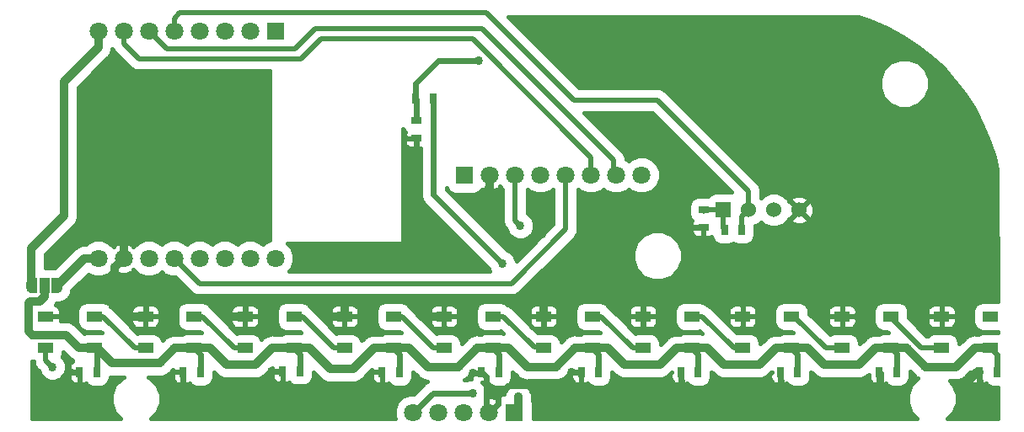
<source format=gtl>
G04 #@! TF.GenerationSoftware,KiCad,Pcbnew,5.0.0-rc2-be01b52~65~ubuntu16.04.1*
G04 #@! TF.CreationDate,2018-06-25T12:20:31+02:00*
G04 #@! TF.ProjectId,Firefly,46697265666C792E6B696361645F7063,rev?*
G04 #@! TF.SameCoordinates,Original*
G04 #@! TF.FileFunction,Copper,L1,Top,Signal*
G04 #@! TF.FilePolarity,Positive*
%FSLAX46Y46*%
G04 Gerber Fmt 4.6, Leading zero omitted, Abs format (unit mm)*
G04 Created by KiCad (PCBNEW 5.0.0-rc2-be01b52~65~ubuntu16.04.1) date Mon Jun 25 12:20:31 2018*
%MOMM*%
%LPD*%
G01*
G04 APERTURE LIST*
G04 #@! TA.AperFunction,SMDPad,CuDef*
%ADD10R,1.500000X1.000000*%
G04 #@! TD*
G04 #@! TA.AperFunction,SMDPad,CuDef*
%ADD11R,1.000000X0.670000*%
G04 #@! TD*
G04 #@! TA.AperFunction,SMDPad,CuDef*
%ADD12R,0.670000X1.000000*%
G04 #@! TD*
G04 #@! TA.AperFunction,ComponentPad*
%ADD13C,1.800000*%
G04 #@! TD*
G04 #@! TA.AperFunction,ComponentPad*
%ADD14R,1.800000X1.800000*%
G04 #@! TD*
G04 #@! TA.AperFunction,ComponentPad*
%ADD15R,1.524000X1.524000*%
G04 #@! TD*
G04 #@! TA.AperFunction,ComponentPad*
%ADD16C,1.524000*%
G04 #@! TD*
G04 #@! TA.AperFunction,Conductor*
%ADD17C,0.100000*%
G04 #@! TD*
G04 #@! TA.AperFunction,SMDPad,CuDef*
%ADD18C,1.000000*%
G04 #@! TD*
G04 #@! TA.AperFunction,SMDPad,CuDef*
%ADD19R,0.500000X1.500000*%
G04 #@! TD*
G04 #@! TA.AperFunction,SMDPad,CuDef*
%ADD20R,1.000000X1.500000*%
G04 #@! TD*
G04 #@! TA.AperFunction,ViaPad*
%ADD21C,0.863600*%
G04 #@! TD*
G04 #@! TA.AperFunction,Conductor*
%ADD22C,0.812800*%
G04 #@! TD*
G04 #@! TA.AperFunction,Conductor*
%ADD23C,0.508000*%
G04 #@! TD*
G04 #@! TA.AperFunction,Conductor*
%ADD24C,0.609600*%
G04 #@! TD*
G04 #@! TA.AperFunction,Conductor*
%ADD25C,0.400000*%
G04 #@! TD*
G04 APERTURE END LIST*
D10*
G04 #@! TO.P,D3,3*
G04 #@! TO.N,GND*
X122950000Y-130700000D03*
G04 #@! TO.P,D3,4*
G04 #@! TO.N,Net-(D2-Pad2)*
X122950000Y-133900000D03*
G04 #@! TO.P,D3,2*
G04 #@! TO.N,Net-(D3-Pad2)*
X127850000Y-130700000D03*
G04 #@! TO.P,D3,1*
G04 #@! TO.N,Net-(C10-Pad1)*
X127850000Y-133900000D03*
G04 #@! TD*
D11*
G04 #@! TO.P,C1,1*
G04 #@! TO.N,+3V3*
X169000000Y-120000000D03*
G04 #@! TO.P,C1,2*
G04 #@! TO.N,GND*
X169000000Y-121750000D03*
G04 #@! TD*
D12*
G04 #@! TO.P,C2,1*
G04 #@! TO.N,Net-(C10-Pad1)*
X108075000Y-136300000D03*
G04 #@! TO.P,C2,2*
G04 #@! TO.N,GND*
X106325000Y-136300000D03*
G04 #@! TD*
D11*
G04 #@! TO.P,C3,1*
G04 #@! TO.N,Net-(C3-Pad1)*
X140200000Y-111050000D03*
G04 #@! TO.P,C3,2*
G04 #@! TO.N,GND*
X140200000Y-112800000D03*
G04 #@! TD*
D12*
G04 #@! TO.P,C4,2*
G04 #@! TO.N,GND*
X116725000Y-136300000D03*
G04 #@! TO.P,C4,1*
G04 #@! TO.N,Net-(C10-Pad1)*
X118475000Y-136300000D03*
G04 #@! TD*
G04 #@! TO.P,C5,1*
G04 #@! TO.N,Net-(C10-Pad1)*
X128475000Y-136200000D03*
G04 #@! TO.P,C5,2*
G04 #@! TO.N,GND*
X126725000Y-136200000D03*
G04 #@! TD*
G04 #@! TO.P,C6,1*
G04 #@! TO.N,Net-(C10-Pad1)*
X138475000Y-136300000D03*
G04 #@! TO.P,C6,2*
G04 #@! TO.N,GND*
X136725000Y-136300000D03*
G04 #@! TD*
G04 #@! TO.P,C7,2*
G04 #@! TO.N,GND*
X146725000Y-136300000D03*
G04 #@! TO.P,C7,1*
G04 #@! TO.N,Net-(C10-Pad1)*
X148475000Y-136300000D03*
G04 #@! TD*
G04 #@! TO.P,C8,2*
G04 #@! TO.N,GND*
X156725000Y-136300000D03*
G04 #@! TO.P,C8,1*
G04 #@! TO.N,Net-(C10-Pad1)*
X158475000Y-136300000D03*
G04 #@! TD*
G04 #@! TO.P,C9,1*
G04 #@! TO.N,Net-(C10-Pad1)*
X168475000Y-136300000D03*
G04 #@! TO.P,C9,2*
G04 #@! TO.N,GND*
X166725000Y-136300000D03*
G04 #@! TD*
G04 #@! TO.P,C10,2*
G04 #@! TO.N,GND*
X176725000Y-136300000D03*
G04 #@! TO.P,C10,1*
G04 #@! TO.N,Net-(C10-Pad1)*
X178475000Y-136300000D03*
G04 #@! TD*
G04 #@! TO.P,C11,2*
G04 #@! TO.N,GND*
X186650000Y-136300000D03*
G04 #@! TO.P,C11,1*
G04 #@! TO.N,Net-(C10-Pad1)*
X188400000Y-136300000D03*
G04 #@! TD*
G04 #@! TO.P,C12,2*
G04 #@! TO.N,GND*
X196725000Y-136300000D03*
G04 #@! TO.P,C12,1*
G04 #@! TO.N,Net-(C10-Pad1)*
X198475000Y-136300000D03*
G04 #@! TD*
D10*
G04 #@! TO.P,D1,3*
G04 #@! TO.N,GND*
X102950000Y-130700000D03*
G04 #@! TO.P,D1,4*
G04 #@! TO.N,/D4*
X102950000Y-133900000D03*
G04 #@! TO.P,D1,2*
G04 #@! TO.N,Net-(D1-Pad2)*
X107850000Y-130700000D03*
G04 #@! TO.P,D1,1*
G04 #@! TO.N,Net-(C10-Pad1)*
X107850000Y-133900000D03*
G04 #@! TD*
G04 #@! TO.P,D2,1*
G04 #@! TO.N,Net-(C10-Pad1)*
X117850000Y-133900000D03*
G04 #@! TO.P,D2,2*
G04 #@! TO.N,Net-(D2-Pad2)*
X117850000Y-130700000D03*
G04 #@! TO.P,D2,4*
G04 #@! TO.N,Net-(D1-Pad2)*
X112950000Y-133900000D03*
G04 #@! TO.P,D2,3*
G04 #@! TO.N,GND*
X112950000Y-130700000D03*
G04 #@! TD*
G04 #@! TO.P,D4,1*
G04 #@! TO.N,Net-(C10-Pad1)*
X137850000Y-133900000D03*
G04 #@! TO.P,D4,2*
G04 #@! TO.N,Net-(D4-Pad2)*
X137850000Y-130700000D03*
G04 #@! TO.P,D4,4*
G04 #@! TO.N,Net-(D3-Pad2)*
X132950000Y-133900000D03*
G04 #@! TO.P,D4,3*
G04 #@! TO.N,GND*
X132950000Y-130700000D03*
G04 #@! TD*
G04 #@! TO.P,D5,1*
G04 #@! TO.N,Net-(C10-Pad1)*
X147850000Y-133900000D03*
G04 #@! TO.P,D5,2*
G04 #@! TO.N,Net-(D5-Pad2)*
X147850000Y-130700000D03*
G04 #@! TO.P,D5,4*
G04 #@! TO.N,Net-(D4-Pad2)*
X142950000Y-133900000D03*
G04 #@! TO.P,D5,3*
G04 #@! TO.N,GND*
X142950000Y-130700000D03*
G04 #@! TD*
G04 #@! TO.P,D6,3*
G04 #@! TO.N,GND*
X152950000Y-130700000D03*
G04 #@! TO.P,D6,4*
G04 #@! TO.N,Net-(D5-Pad2)*
X152950000Y-133900000D03*
G04 #@! TO.P,D6,2*
G04 #@! TO.N,Net-(D6-Pad2)*
X157850000Y-130700000D03*
G04 #@! TO.P,D6,1*
G04 #@! TO.N,Net-(C10-Pad1)*
X157850000Y-133900000D03*
G04 #@! TD*
G04 #@! TO.P,D7,3*
G04 #@! TO.N,GND*
X162950000Y-130700000D03*
G04 #@! TO.P,D7,4*
G04 #@! TO.N,Net-(D6-Pad2)*
X162950000Y-133900000D03*
G04 #@! TO.P,D7,2*
G04 #@! TO.N,Net-(D7-Pad2)*
X167850000Y-130700000D03*
G04 #@! TO.P,D7,1*
G04 #@! TO.N,Net-(C10-Pad1)*
X167850000Y-133900000D03*
G04 #@! TD*
G04 #@! TO.P,D8,1*
G04 #@! TO.N,Net-(C10-Pad1)*
X177850000Y-133900000D03*
G04 #@! TO.P,D8,2*
G04 #@! TO.N,Net-(D8-Pad2)*
X177850000Y-130700000D03*
G04 #@! TO.P,D8,4*
G04 #@! TO.N,Net-(D7-Pad2)*
X172950000Y-133900000D03*
G04 #@! TO.P,D8,3*
G04 #@! TO.N,GND*
X172950000Y-130700000D03*
G04 #@! TD*
G04 #@! TO.P,D9,3*
G04 #@! TO.N,GND*
X182950000Y-130700000D03*
G04 #@! TO.P,D9,4*
G04 #@! TO.N,Net-(D8-Pad2)*
X182950000Y-133900000D03*
G04 #@! TO.P,D9,2*
G04 #@! TO.N,Net-(D10-Pad4)*
X187850000Y-130700000D03*
G04 #@! TO.P,D9,1*
G04 #@! TO.N,Net-(C10-Pad1)*
X187850000Y-133900000D03*
G04 #@! TD*
G04 #@! TO.P,D10,1*
G04 #@! TO.N,Net-(C10-Pad1)*
X197850000Y-133900000D03*
G04 #@! TO.P,D10,2*
G04 #@! TO.N,Net-(D10-Pad2)*
X197850000Y-130700000D03*
G04 #@! TO.P,D10,4*
G04 #@! TO.N,Net-(D10-Pad4)*
X192950000Y-133900000D03*
G04 #@! TO.P,D10,3*
G04 #@! TO.N,GND*
X192950000Y-130700000D03*
G04 #@! TD*
D13*
G04 #@! TO.P,MD1,5*
G04 #@! TO.N,Net-(MD1-Pad5)*
X139840000Y-140400000D03*
G04 #@! TO.P,MD1,4*
G04 #@! TO.N,/SDA*
X142380000Y-140400000D03*
G04 #@! TO.P,MD1,3*
G04 #@! TO.N,/SCL*
X144920000Y-140400000D03*
G04 #@! TO.P,MD1,2*
G04 #@! TO.N,GND*
X147460000Y-140400000D03*
D14*
G04 #@! TO.P,MD1,1*
G04 #@! TO.N,+3V3*
X150000000Y-140400000D03*
G04 #@! TD*
D13*
G04 #@! TO.P,MD2,8*
G04 #@! TO.N,Net-(MD2-Pad8)*
X162780000Y-116500000D03*
G04 #@! TO.P,MD2,7*
G04 #@! TO.N,Net-(MD2-Pad7)*
X160240000Y-116500000D03*
G04 #@! TO.P,MD2,6*
G04 #@! TO.N,Net-(MD2-Pad6)*
X157700000Y-116500000D03*
G04 #@! TO.P,MD2,5*
G04 #@! TO.N,Net-(MD2-Pad5)*
X155160000Y-116500000D03*
G04 #@! TO.P,MD2,4*
G04 #@! TO.N,/SDA*
X152620000Y-116500000D03*
G04 #@! TO.P,MD2,3*
G04 #@! TO.N,/SCL*
X150080000Y-116500000D03*
G04 #@! TO.P,MD2,2*
G04 #@! TO.N,GND*
X147540000Y-116500000D03*
D14*
G04 #@! TO.P,MD2,1*
G04 #@! TO.N,+3V3*
X145000000Y-116500000D03*
G04 #@! TD*
D12*
G04 #@! TO.P,R1,2*
G04 #@! TO.N,/D6*
X172875000Y-122000000D03*
G04 #@! TO.P,R1,1*
G04 #@! TO.N,+3V3*
X171125000Y-122000000D03*
G04 #@! TD*
G04 #@! TO.P,R2,1*
G04 #@! TO.N,Net-(MD1-Pad5)*
X141875000Y-108800000D03*
G04 #@! TO.P,R2,2*
G04 #@! TO.N,Net-(C3-Pad1)*
X140125000Y-108800000D03*
G04 #@! TD*
D15*
G04 #@! TO.P,U1,1*
G04 #@! TO.N,+3V3*
X171000000Y-120000000D03*
D16*
G04 #@! TO.P,U1,2*
G04 #@! TO.N,/D6*
X173540000Y-120000000D03*
G04 #@! TO.P,U1,3*
G04 #@! TO.N,N/C*
X176080000Y-120000000D03*
G04 #@! TO.P,U1,4*
G04 #@! TO.N,GND*
X178620000Y-120000000D03*
G04 #@! TD*
D14*
G04 #@! TO.P,U2,1*
G04 #@! TO.N,Net-(U2-Pad1)*
X126000000Y-102000000D03*
D13*
G04 #@! TO.P,U2,2*
G04 #@! TO.N,Net-(U2-Pad2)*
X123460000Y-102000000D03*
G04 #@! TO.P,U2,3*
G04 #@! TO.N,Net-(C3-Pad1)*
X120920000Y-102000000D03*
G04 #@! TO.P,U2,4*
G04 #@! TO.N,Net-(U2-Pad4)*
X118380000Y-102000000D03*
G04 #@! TO.P,U2,5*
G04 #@! TO.N,/D6*
X115840000Y-102000000D03*
G04 #@! TO.P,U2,6*
G04 #@! TO.N,Net-(MD2-Pad7)*
X113300000Y-102000000D03*
G04 #@! TO.P,U2,7*
G04 #@! TO.N,Net-(MD2-Pad6)*
X110760000Y-102000000D03*
G04 #@! TO.P,U2,8*
G04 #@! TO.N,+3V3*
X108220000Y-102000000D03*
G04 #@! TO.P,U2,16*
G04 #@! TO.N,Net-(U2-Pad16)*
X126000000Y-124860000D03*
G04 #@! TO.P,U2,15*
G04 #@! TO.N,N/C*
X123460000Y-124860000D03*
G04 #@! TO.P,U2,14*
G04 #@! TO.N,/SCL*
X120920000Y-124860000D03*
G04 #@! TO.P,U2,13*
G04 #@! TO.N,/SDA*
X118380000Y-124860000D03*
G04 #@! TO.P,U2,12*
G04 #@! TO.N,Net-(MD2-Pad5)*
X115840000Y-124860000D03*
G04 #@! TO.P,U2,11*
G04 #@! TO.N,/D4*
X113300000Y-124860000D03*
G04 #@! TO.P,U2,10*
G04 #@! TO.N,GND*
X110760000Y-124860000D03*
G04 #@! TO.P,U2,9*
G04 #@! TO.N,+5V*
X108220000Y-124860000D03*
G04 #@! TD*
D17*
G04 #@! TO.N,+3V3*
G04 #@! TO.C,JP1*
G36*
X101549010Y-126852408D02*
X101597546Y-126859607D01*
X101645143Y-126871530D01*
X101691343Y-126888060D01*
X101735699Y-126909039D01*
X101777786Y-126934265D01*
X101817198Y-126963495D01*
X101853554Y-126996447D01*
X101886506Y-127032803D01*
X101915736Y-127072215D01*
X101940962Y-127114302D01*
X101961941Y-127158658D01*
X101978471Y-127204858D01*
X101990394Y-127252455D01*
X101997593Y-127300991D01*
X102000001Y-127350000D01*
X102000001Y-127850000D01*
X101997593Y-127899009D01*
X101990394Y-127947545D01*
X101978471Y-127995142D01*
X101961941Y-128041342D01*
X101940962Y-128085698D01*
X101915736Y-128127785D01*
X101886506Y-128167197D01*
X101853554Y-128203553D01*
X101817198Y-128236505D01*
X101777786Y-128265735D01*
X101735699Y-128290961D01*
X101691343Y-128311940D01*
X101645143Y-128328470D01*
X101597546Y-128340393D01*
X101549010Y-128347592D01*
X101500001Y-128350000D01*
X101499999Y-128350000D01*
X101450990Y-128347592D01*
X101402454Y-128340393D01*
X101354857Y-128328470D01*
X101308657Y-128311940D01*
X101264301Y-128290961D01*
X101222214Y-128265735D01*
X101182802Y-128236505D01*
X101146446Y-128203553D01*
X101113494Y-128167197D01*
X101084264Y-128127785D01*
X101059038Y-128085698D01*
X101038059Y-128041342D01*
X101021529Y-127995142D01*
X101009606Y-127947545D01*
X101002407Y-127899009D01*
X100999999Y-127850000D01*
X100999999Y-127350000D01*
X101002407Y-127300991D01*
X101009606Y-127252455D01*
X101021529Y-127204858D01*
X101038059Y-127158658D01*
X101059038Y-127114302D01*
X101084264Y-127072215D01*
X101113494Y-127032803D01*
X101146446Y-126996447D01*
X101182802Y-126963495D01*
X101222214Y-126934265D01*
X101264301Y-126909039D01*
X101308657Y-126888060D01*
X101354857Y-126871530D01*
X101402454Y-126859607D01*
X101450990Y-126852408D01*
X101499999Y-126850000D01*
X101500001Y-126850000D01*
X101549010Y-126852408D01*
X101549010Y-126852408D01*
G37*
D18*
G04 #@! TD*
G04 #@! TO.P,JP1,1*
G04 #@! TO.N,+3V3*
X101500000Y-127600000D03*
D19*
G04 #@! TO.P,JP1,1*
G04 #@! TO.N,+3V3*
X101800000Y-127600000D03*
D20*
G04 #@! TO.P,JP1,2*
G04 #@! TO.N,Net-(C10-Pad1)*
X102800000Y-127600000D03*
D17*
G04 #@! TD*
G04 #@! TO.N,+5V*
G04 #@! TO.C,JP1*
G36*
X104149010Y-126852408D02*
X104197546Y-126859607D01*
X104245143Y-126871530D01*
X104291343Y-126888060D01*
X104335699Y-126909039D01*
X104377786Y-126934265D01*
X104417198Y-126963495D01*
X104453554Y-126996447D01*
X104486506Y-127032803D01*
X104515736Y-127072215D01*
X104540962Y-127114302D01*
X104561941Y-127158658D01*
X104578471Y-127204858D01*
X104590394Y-127252455D01*
X104597593Y-127300991D01*
X104600001Y-127350000D01*
X104600001Y-127850000D01*
X104597593Y-127899009D01*
X104590394Y-127947545D01*
X104578471Y-127995142D01*
X104561941Y-128041342D01*
X104540962Y-128085698D01*
X104515736Y-128127785D01*
X104486506Y-128167197D01*
X104453554Y-128203553D01*
X104417198Y-128236505D01*
X104377786Y-128265735D01*
X104335699Y-128290961D01*
X104291343Y-128311940D01*
X104245143Y-128328470D01*
X104197546Y-128340393D01*
X104149010Y-128347592D01*
X104100001Y-128350000D01*
X104099999Y-128350000D01*
X104050990Y-128347592D01*
X104002454Y-128340393D01*
X103954857Y-128328470D01*
X103908657Y-128311940D01*
X103864301Y-128290961D01*
X103822214Y-128265735D01*
X103782802Y-128236505D01*
X103746446Y-128203553D01*
X103713494Y-128167197D01*
X103684264Y-128127785D01*
X103659038Y-128085698D01*
X103638059Y-128041342D01*
X103621529Y-127995142D01*
X103609606Y-127947545D01*
X103602407Y-127899009D01*
X103599999Y-127850000D01*
X103599999Y-127350000D01*
X103602407Y-127300991D01*
X103609606Y-127252455D01*
X103621529Y-127204858D01*
X103638059Y-127158658D01*
X103659038Y-127114302D01*
X103684264Y-127072215D01*
X103713494Y-127032803D01*
X103746446Y-126996447D01*
X103782802Y-126963495D01*
X103822214Y-126934265D01*
X103864301Y-126909039D01*
X103908657Y-126888060D01*
X103954857Y-126871530D01*
X104002454Y-126859607D01*
X104050990Y-126852408D01*
X104099999Y-126850000D01*
X104100001Y-126850000D01*
X104149010Y-126852408D01*
X104149010Y-126852408D01*
G37*
D18*
G04 #@! TO.P,JP1,3*
G04 #@! TO.N,+5V*
X104100000Y-127600000D03*
D19*
X103800000Y-127600000D03*
G04 #@! TD*
D21*
G04 #@! TO.N,+3V3*
X150400000Y-138800000D03*
G04 #@! TO.N,GND*
X152800000Y-120800000D03*
X152800000Y-122400000D03*
X154800000Y-125400000D03*
X142000000Y-121800000D03*
X140400000Y-130400000D03*
X105800000Y-129200000D03*
X107000000Y-127600000D03*
X111200000Y-130600000D03*
X121387200Y-130700000D03*
X131400000Y-130800000D03*
X110800000Y-122600000D03*
X195600000Y-137000000D03*
X196800000Y-137400000D03*
X186800000Y-137400004D03*
X176800000Y-137400000D03*
X166800000Y-137400000D03*
X155780400Y-136300000D03*
X145800000Y-136400000D03*
X145800000Y-130600000D03*
X125600000Y-136200000D03*
X105380400Y-136300000D03*
X113000000Y-129400000D03*
X123000000Y-129400000D03*
X109860001Y-126660001D03*
X140200000Y-114200000D03*
G04 #@! TO.N,Net-(C3-Pad1)*
X146400000Y-105000000D03*
G04 #@! TO.N,/D4*
X103600000Y-135800000D03*
G04 #@! TO.N,Net-(MD1-Pad5)*
X145800000Y-138400000D03*
X148800000Y-125400000D03*
G04 #@! TO.N,/SCL*
X150600000Y-121600000D03*
G04 #@! TD*
D22*
G04 #@! TO.N,+3V3*
X104800000Y-107100000D02*
X108220000Y-103680000D01*
X104800000Y-120600000D02*
X104800000Y-107100000D01*
X101500000Y-123900000D02*
X104800000Y-120600000D01*
X101500000Y-127600000D02*
X101500000Y-123900000D01*
X108220000Y-103680000D02*
X108220000Y-102000000D01*
D23*
X171000000Y-121875000D02*
X171125000Y-122000000D01*
X171000000Y-120000000D02*
X171000000Y-121875000D01*
D22*
X150400000Y-139410657D02*
X150400000Y-138800000D01*
X150000000Y-140400000D02*
X150400000Y-140000000D01*
X150400000Y-140000000D02*
X150400000Y-139410657D01*
D23*
X171000000Y-120000000D02*
X169125000Y-120000000D01*
X169125000Y-120000000D02*
X169000000Y-120125000D01*
D22*
G04 #@! TO.N,GND*
X147540000Y-116500000D02*
X147540000Y-117772792D01*
X147540000Y-117772792D02*
X147400000Y-117912792D01*
X152800000Y-122400000D02*
X152800000Y-120800000D01*
X154800000Y-127537200D02*
X154800000Y-125400000D01*
X152950000Y-130700000D02*
X152950000Y-129387200D01*
X152950000Y-129387200D02*
X154800000Y-127537200D01*
X142950000Y-130700000D02*
X140700000Y-130700000D01*
X140700000Y-130700000D02*
X140400000Y-130400000D01*
X107000000Y-127600000D02*
X107000000Y-128000000D01*
X107000000Y-128000000D02*
X105800000Y-129200000D01*
X107800000Y-127000000D02*
X107400000Y-127400000D01*
X109520002Y-127000000D02*
X107800000Y-127000000D01*
X107400000Y-127400000D02*
X107200000Y-127400000D01*
X109860001Y-126660001D02*
X109520002Y-127000000D01*
X107200000Y-127400000D02*
X107000000Y-127600000D01*
X110760000Y-124860000D02*
X110760000Y-122640000D01*
X110760000Y-122640000D02*
X110800000Y-122600000D01*
X109860001Y-125759999D02*
X110760000Y-124860000D01*
X109860001Y-126660001D02*
X109860001Y-125759999D01*
X112950000Y-130700000D02*
X111300000Y-130700000D01*
X111300000Y-130700000D02*
X111200000Y-130600000D01*
X121087200Y-130400000D02*
X121387200Y-130700000D01*
X122950000Y-130700000D02*
X121387200Y-130700000D01*
X132950000Y-130700000D02*
X131500000Y-130700000D01*
X131500000Y-130700000D02*
X131400000Y-130800000D01*
X132950000Y-130700000D02*
X132950000Y-129450000D01*
X132950000Y-129450000D02*
X133000000Y-129400000D01*
X142950000Y-130700000D02*
X141387200Y-130700000D01*
X141387200Y-130700000D02*
X139687200Y-129000000D01*
X196500000Y-136300000D02*
X195800000Y-137000000D01*
X195800000Y-137000000D02*
X195600000Y-137000000D01*
X196725000Y-136300000D02*
X196500000Y-136300000D01*
D24*
X196725000Y-136300000D02*
X196725000Y-137325000D01*
X196725000Y-137325000D02*
X196800000Y-137400000D01*
X186650000Y-137250000D02*
X186800000Y-137400000D01*
X186650000Y-136300000D02*
X186800000Y-136450000D01*
X186800000Y-136450000D02*
X186800000Y-136789347D01*
X186800000Y-136789347D02*
X186800000Y-137400004D01*
X186800000Y-137400000D02*
X186800000Y-137400004D01*
X176725000Y-136300000D02*
X176725000Y-137325000D01*
X176725000Y-137325000D02*
X176800000Y-137400000D01*
X166725000Y-136300000D02*
X166725000Y-137325000D01*
X166725000Y-137325000D02*
X166800000Y-137400000D01*
X156725000Y-136300000D02*
X155780400Y-136300000D01*
X148359999Y-138640001D02*
X149336601Y-137663399D01*
X149336601Y-137663399D02*
X154417001Y-137663399D01*
X154417001Y-137663399D02*
X155780400Y-136300000D01*
X147460000Y-140400000D02*
X148359999Y-139500001D01*
X148359999Y-139500001D02*
X148359999Y-138640001D01*
X146410657Y-136400000D02*
X145800000Y-136400000D01*
X146625000Y-136400000D02*
X146410657Y-136400000D01*
X146725000Y-136300000D02*
X146625000Y-136400000D01*
X147460000Y-140400000D02*
X147200000Y-140140000D01*
X147200000Y-140140000D02*
X147200000Y-136775000D01*
X147200000Y-136775000D02*
X146725000Y-136300000D01*
X126725000Y-136200000D02*
X125600000Y-136200000D01*
X106325000Y-136300000D02*
X105380400Y-136300000D01*
X105380400Y-136300000D02*
X105280400Y-136200000D01*
X112950000Y-129450000D02*
X113000000Y-129400000D01*
X112950000Y-130700000D02*
X112950000Y-129450000D01*
X122950000Y-130700000D02*
X122950000Y-129450000D01*
X122950000Y-129450000D02*
X123000000Y-129400000D01*
X140200000Y-112800000D02*
X140200000Y-114200000D01*
G04 #@! TO.N,Net-(C3-Pad1)*
X140200000Y-111050000D02*
X140200000Y-108875000D01*
X140200000Y-108875000D02*
X140125000Y-108800000D01*
X146400000Y-105000000D02*
X142400000Y-105000000D01*
X142400000Y-105000000D02*
X140125000Y-107275000D01*
X140125000Y-107275000D02*
X140125000Y-108800000D01*
D23*
G04 #@! TO.N,/D4*
X103168201Y-135368201D02*
X103600000Y-135800000D01*
X102950000Y-133900000D02*
X102950000Y-135150000D01*
X102950000Y-135150000D02*
X103168201Y-135368201D01*
G04 #@! TO.N,Net-(D1-Pad2)*
X107850000Y-130700000D02*
X108700000Y-130700000D01*
X108700000Y-130700000D02*
X111900000Y-133900000D01*
X112700000Y-133900000D02*
X112950000Y-133900000D01*
X111900000Y-133900000D02*
X112700000Y-133900000D01*
G04 #@! TO.N,Net-(D2-Pad2)*
X117850000Y-130700000D02*
X118700000Y-130700000D01*
X118700000Y-130700000D02*
X121900000Y-133900000D01*
X121900000Y-133900000D02*
X122950000Y-133900000D01*
G04 #@! TO.N,Net-(D3-Pad2)*
X127850000Y-130700000D02*
X128700000Y-130700000D01*
X128700000Y-130700000D02*
X131900000Y-133900000D01*
X132700000Y-133900000D02*
X132950000Y-133900000D01*
X131900000Y-133900000D02*
X132700000Y-133900000D01*
G04 #@! TO.N,Net-(D4-Pad2)*
X142950000Y-133900000D02*
X141900000Y-133900000D01*
X138700000Y-130700000D02*
X137850000Y-130700000D01*
X141900000Y-133900000D02*
X138700000Y-130700000D01*
X137850000Y-130700000D02*
X138100000Y-130700000D01*
G04 #@! TO.N,Net-(D5-Pad2)*
X147850000Y-130700000D02*
X148900000Y-130700000D01*
X148900000Y-130700000D02*
X151992000Y-133792000D01*
X152842000Y-133792000D02*
X152950000Y-133900000D01*
X151992000Y-133792000D02*
X152842000Y-133792000D01*
G04 #@! TO.N,Net-(D6-Pad2)*
X157850000Y-130700000D02*
X158700000Y-130700000D01*
X161900000Y-133900000D02*
X162950000Y-133900000D01*
X158700000Y-130700000D02*
X161900000Y-133900000D01*
G04 #@! TO.N,Net-(D7-Pad2)*
X167850000Y-130700000D02*
X168900000Y-130700000D01*
X172100000Y-133900000D02*
X172950000Y-133900000D01*
X168900000Y-130700000D02*
X172100000Y-133900000D01*
G04 #@! TO.N,Net-(D8-Pad2)*
X177850000Y-130700000D02*
X178100000Y-130700000D01*
X178100000Y-130700000D02*
X181300000Y-133900000D01*
X181300000Y-133900000D02*
X182950000Y-133900000D01*
G04 #@! TO.N,Net-(D10-Pad4)*
X187850000Y-130700000D02*
X187850000Y-130850000D01*
X187850000Y-130850000D02*
X190900000Y-133900000D01*
X190900000Y-133900000D02*
X191692000Y-133900000D01*
X191692000Y-133900000D02*
X192950000Y-133900000D01*
D24*
G04 #@! TO.N,Net-(MD1-Pad5)*
X145189343Y-138400000D02*
X145800000Y-138400000D01*
X141840000Y-138400000D02*
X145189343Y-138400000D01*
X139840000Y-140400000D02*
X141840000Y-138400000D01*
X141875000Y-118475000D02*
X148800000Y-125400000D01*
X141875000Y-117675000D02*
X141875000Y-118475000D01*
X141875000Y-108800000D02*
X141875000Y-117675000D01*
D23*
G04 #@! TO.N,/SCL*
X150080000Y-121080000D02*
X150168201Y-121168201D01*
X150080000Y-116500000D02*
X150080000Y-121080000D01*
X150168201Y-121168201D02*
X150600000Y-121600000D01*
G04 #@! TO.N,Net-(MD2-Pad7)*
X128000000Y-103800000D02*
X130000000Y-101800000D01*
X115100000Y-103800000D02*
X128000000Y-103800000D01*
X130000000Y-101800000D02*
X146800000Y-101800000D01*
X160000000Y-115000000D02*
X160000000Y-116260000D01*
X113300000Y-102000000D02*
X115100000Y-103800000D01*
X146800000Y-101800000D02*
X160000000Y-115000000D01*
X160000000Y-116260000D02*
X160240000Y-116500000D01*
G04 #@! TO.N,Net-(MD2-Pad6)*
X111487208Y-104000000D02*
X111500000Y-104000000D01*
X112300000Y-104800000D02*
X128600000Y-104800000D01*
X110760000Y-103272792D02*
X111487208Y-104000000D01*
X111500000Y-104000000D02*
X112300000Y-104800000D01*
X128600000Y-104800000D02*
X130600000Y-102800000D01*
X110760000Y-102000000D02*
X110760000Y-103272792D01*
X130600000Y-102800000D02*
X145800000Y-102800000D01*
X145800000Y-102800000D02*
X157700000Y-114700000D01*
X157700000Y-114700000D02*
X157700000Y-116500000D01*
G04 #@! TO.N,Net-(MD2-Pad5)*
X115840000Y-124860000D02*
X118380000Y-127400000D01*
X118380000Y-127400000D02*
X149710986Y-127400000D01*
X155160000Y-121950986D02*
X155160000Y-117772792D01*
X149710986Y-127400000D02*
X155160000Y-121950986D01*
X155160000Y-117772792D02*
X155160000Y-116500000D01*
G04 #@! TO.N,/D6*
X147200000Y-100200000D02*
X156000000Y-109000000D01*
X116367208Y-100200000D02*
X147200000Y-100200000D01*
X115840000Y-102000000D02*
X115840000Y-100727208D01*
X115840000Y-100727208D02*
X116367208Y-100200000D01*
X156000000Y-109000000D02*
X164400000Y-109000000D01*
X164400000Y-109000000D02*
X173540000Y-118140000D01*
X173540000Y-118140000D02*
X173540000Y-120000000D01*
X172875000Y-122000000D02*
X172875000Y-120665000D01*
X172875000Y-120665000D02*
X173540000Y-120000000D01*
D22*
G04 #@! TO.N,+5V*
X108220000Y-124860000D02*
X106840000Y-124860000D01*
X106840000Y-124860000D02*
X104100000Y-127600000D01*
G04 #@! TO.N,Net-(C10-Pad1)*
X194387200Y-135800000D02*
X196287200Y-133900000D01*
X187850000Y-133900000D02*
X189412800Y-133900000D01*
X189412800Y-133900000D02*
X191312800Y-135800000D01*
X191312800Y-135800000D02*
X194387200Y-135800000D01*
X196287200Y-133900000D02*
X197850000Y-133900000D01*
X179412800Y-133900000D02*
X181112800Y-135600000D01*
X184587200Y-135600000D02*
X186287200Y-133900000D01*
X181112800Y-135600000D02*
X184587200Y-135600000D01*
X177850000Y-133900000D02*
X179412800Y-133900000D01*
X186287200Y-133900000D02*
X187850000Y-133900000D01*
D24*
X128475000Y-136200000D02*
X128475000Y-134525000D01*
X128475000Y-134525000D02*
X127850000Y-133900000D01*
X108075000Y-136300000D02*
X108075000Y-134125000D01*
X108075000Y-134125000D02*
X107850000Y-133900000D01*
X118475000Y-136300000D02*
X118475000Y-134525000D01*
X118475000Y-134525000D02*
X117850000Y-133900000D01*
X107775000Y-133975000D02*
X107850000Y-133900000D01*
X138475000Y-136300000D02*
X138475000Y-134525000D01*
X138475000Y-134525000D02*
X137850000Y-133900000D01*
X148475000Y-136300000D02*
X148475000Y-134525000D01*
X148475000Y-134525000D02*
X147850000Y-133900000D01*
X158475000Y-136300000D02*
X158475000Y-134525000D01*
X158475000Y-134525000D02*
X157850000Y-133900000D01*
X168475000Y-136300000D02*
X168475000Y-134525000D01*
X168475000Y-134525000D02*
X167850000Y-133900000D01*
X178475000Y-136300000D02*
X178475000Y-134525000D01*
X178475000Y-134525000D02*
X177850000Y-133900000D01*
X188400000Y-136300000D02*
X188400000Y-134450000D01*
X188400000Y-134450000D02*
X187850000Y-133900000D01*
X198475000Y-136300000D02*
X198475000Y-134525000D01*
X198475000Y-134525000D02*
X197850000Y-133900000D01*
D22*
X174600000Y-135600000D02*
X174600000Y-135587200D01*
X174600000Y-135587200D02*
X176287200Y-133900000D01*
X176287200Y-133900000D02*
X177850000Y-133900000D01*
X171112800Y-135600000D02*
X174600000Y-135600000D01*
X167850000Y-133900000D02*
X169412800Y-133900000D01*
X169412800Y-133900000D02*
X171112800Y-135600000D01*
X161112800Y-135600000D02*
X164600000Y-135600000D01*
X166300000Y-133900000D02*
X167850000Y-133900000D01*
X159412800Y-133900000D02*
X161112800Y-135600000D01*
X164600000Y-135600000D02*
X166300000Y-133900000D01*
X157850000Y-133900000D02*
X159412800Y-133900000D01*
X151312800Y-135800000D02*
X154200000Y-135800000D01*
X149412800Y-133900000D02*
X151312800Y-135800000D01*
X154200000Y-135800000D02*
X156100000Y-133900000D01*
X147850000Y-133900000D02*
X149412800Y-133900000D01*
X156100000Y-133900000D02*
X157850000Y-133900000D01*
X144400000Y-135800000D02*
X144400000Y-135787200D01*
X144400000Y-135787200D02*
X146287200Y-133900000D01*
X146287200Y-133900000D02*
X147850000Y-133900000D01*
X141312800Y-135800000D02*
X144400000Y-135800000D01*
X137850000Y-133900000D02*
X139412800Y-133900000D01*
X139412800Y-133900000D02*
X141312800Y-135800000D01*
X133800000Y-136000000D02*
X135900000Y-133900000D01*
X135900000Y-133900000D02*
X137850000Y-133900000D01*
X131512800Y-136000000D02*
X133800000Y-136000000D01*
X127850000Y-133900000D02*
X129412800Y-133900000D01*
X129412800Y-133900000D02*
X131512800Y-136000000D01*
X124000000Y-135600000D02*
X125700000Y-133900000D01*
X125700000Y-133900000D02*
X127850000Y-133900000D01*
X121112800Y-135600000D02*
X124000000Y-135600000D01*
X117850000Y-133900000D02*
X119412800Y-133900000D01*
X119412800Y-133900000D02*
X121112800Y-135600000D01*
X114400000Y-135400000D02*
X115900000Y-133900000D01*
X109600000Y-135400000D02*
X114400000Y-135400000D01*
X107850000Y-133900000D02*
X108100000Y-133900000D01*
X108100000Y-133900000D02*
X109600000Y-135400000D01*
X115900000Y-133900000D02*
X117850000Y-133900000D01*
X101400000Y-129200000D02*
X101200000Y-129400000D01*
X102291522Y-129200000D02*
X101400000Y-129200000D01*
X102800000Y-128691522D02*
X102291522Y-129200000D01*
X102800000Y-127600000D02*
X102800000Y-128691522D01*
X101200000Y-129400000D02*
X101200000Y-132200000D01*
X101200000Y-132200000D02*
X101600000Y-132600000D01*
X101600000Y-132600000D02*
X104987200Y-132600000D01*
X104987200Y-132600000D02*
X106287200Y-133900000D01*
X106287200Y-133900000D02*
X107850000Y-133900000D01*
G04 #@! TD*
D25*
G04 #@! TO.N,GND*
G36*
X196779000Y-136246000D02*
X196799000Y-136246000D01*
X196799000Y-136354000D01*
X196779000Y-136354000D01*
X196779000Y-137331000D01*
X196956000Y-137508000D01*
X197200830Y-137508000D01*
X197364956Y-137440017D01*
X197419040Y-137520960D01*
X197749819Y-137741979D01*
X198140000Y-137819591D01*
X198587242Y-137819591D01*
X198599243Y-141000000D01*
X193535534Y-141000000D01*
X194119398Y-140416136D01*
X194500000Y-139497281D01*
X194500000Y-138502719D01*
X194119398Y-137583864D01*
X193741934Y-137206400D01*
X194248683Y-137206400D01*
X194387200Y-137233953D01*
X194525717Y-137206400D01*
X194525718Y-137206400D01*
X194935950Y-137124800D01*
X195401158Y-136813958D01*
X195479626Y-136696522D01*
X195822147Y-136354002D01*
X195858998Y-136354002D01*
X195682000Y-136531000D01*
X195682000Y-136940830D01*
X195789787Y-137201050D01*
X195988950Y-137400213D01*
X196249170Y-137508000D01*
X196494000Y-137508000D01*
X196671000Y-137331000D01*
X196671000Y-136354000D01*
X196651000Y-136354000D01*
X196651000Y-136246000D01*
X196671000Y-136246000D01*
X196671000Y-136226000D01*
X196779000Y-136226000D01*
X196779000Y-136246000D01*
X196779000Y-136246000D01*
G37*
X196779000Y-136246000D02*
X196799000Y-136246000D01*
X196799000Y-136354000D01*
X196779000Y-136354000D01*
X196779000Y-137331000D01*
X196956000Y-137508000D01*
X197200830Y-137508000D01*
X197364956Y-137440017D01*
X197419040Y-137520960D01*
X197749819Y-137741979D01*
X198140000Y-137819591D01*
X198587242Y-137819591D01*
X198599243Y-141000000D01*
X193535534Y-141000000D01*
X194119398Y-140416136D01*
X194500000Y-139497281D01*
X194500000Y-138502719D01*
X194119398Y-137583864D01*
X193741934Y-137206400D01*
X194248683Y-137206400D01*
X194387200Y-137233953D01*
X194525717Y-137206400D01*
X194525718Y-137206400D01*
X194935950Y-137124800D01*
X195401158Y-136813958D01*
X195479626Y-136696522D01*
X195822147Y-136354002D01*
X195858998Y-136354002D01*
X195682000Y-136531000D01*
X195682000Y-136940830D01*
X195789787Y-137201050D01*
X195988950Y-137400213D01*
X196249170Y-137508000D01*
X196494000Y-137508000D01*
X196671000Y-137331000D01*
X196671000Y-136354000D01*
X196651000Y-136354000D01*
X196651000Y-136246000D01*
X196671000Y-136246000D01*
X196671000Y-136226000D01*
X196779000Y-136226000D01*
X196779000Y-136246000D01*
G36*
X105194777Y-134796527D02*
X105273242Y-134913958D01*
X105626504Y-135150000D01*
X105658130Y-135171132D01*
X105588950Y-135199787D01*
X105389787Y-135398950D01*
X105282000Y-135659170D01*
X105282000Y-136069000D01*
X105459000Y-136246000D01*
X106271000Y-136246000D01*
X106271000Y-136226000D01*
X106379000Y-136226000D01*
X106379000Y-136246000D01*
X106399000Y-136246000D01*
X106399000Y-136354000D01*
X106379000Y-136354000D01*
X106379000Y-137331000D01*
X106556000Y-137508000D01*
X106800830Y-137508000D01*
X106964956Y-137440017D01*
X107019040Y-137520960D01*
X107349819Y-137741979D01*
X107740000Y-137819591D01*
X108410000Y-137819591D01*
X108800181Y-137741979D01*
X109130960Y-137520960D01*
X109351979Y-137190181D01*
X109429580Y-136800054D01*
X109461482Y-136806400D01*
X109461486Y-136806400D01*
X109599999Y-136833952D01*
X109738512Y-136806400D01*
X110763004Y-136806400D01*
X110583864Y-136880602D01*
X109880602Y-137583864D01*
X109500000Y-138502719D01*
X109500000Y-139497281D01*
X109880602Y-140416136D01*
X110464466Y-141000000D01*
X101598942Y-141000000D01*
X101568069Y-135180447D01*
X101694263Y-135264767D01*
X101696000Y-135273502D01*
X101696000Y-135273507D01*
X101768758Y-135639286D01*
X101845470Y-135754093D01*
X101975956Y-135949379D01*
X101975958Y-135949381D01*
X102045918Y-136054083D01*
X102150619Y-136124042D01*
X102208378Y-136181801D01*
X102386178Y-136611050D01*
X102788950Y-137013822D01*
X103315197Y-137231800D01*
X103884803Y-137231800D01*
X104411050Y-137013822D01*
X104813822Y-136611050D01*
X104846979Y-136531000D01*
X105282000Y-136531000D01*
X105282000Y-136940830D01*
X105389787Y-137201050D01*
X105588950Y-137400213D01*
X105849170Y-137508000D01*
X106094000Y-137508000D01*
X106271000Y-137331000D01*
X106271000Y-136354000D01*
X105459000Y-136354000D01*
X105282000Y-136531000D01*
X104846979Y-136531000D01*
X105031800Y-136084803D01*
X105031800Y-135515197D01*
X104813822Y-134988950D01*
X104631194Y-134806322D01*
X104641979Y-134790181D01*
X104719591Y-134400000D01*
X104719591Y-134321340D01*
X105194777Y-134796527D01*
X105194777Y-134796527D01*
G37*
X105194777Y-134796527D02*
X105273242Y-134913958D01*
X105626504Y-135150000D01*
X105658130Y-135171132D01*
X105588950Y-135199787D01*
X105389787Y-135398950D01*
X105282000Y-135659170D01*
X105282000Y-136069000D01*
X105459000Y-136246000D01*
X106271000Y-136246000D01*
X106271000Y-136226000D01*
X106379000Y-136226000D01*
X106379000Y-136246000D01*
X106399000Y-136246000D01*
X106399000Y-136354000D01*
X106379000Y-136354000D01*
X106379000Y-137331000D01*
X106556000Y-137508000D01*
X106800830Y-137508000D01*
X106964956Y-137440017D01*
X107019040Y-137520960D01*
X107349819Y-137741979D01*
X107740000Y-137819591D01*
X108410000Y-137819591D01*
X108800181Y-137741979D01*
X109130960Y-137520960D01*
X109351979Y-137190181D01*
X109429580Y-136800054D01*
X109461482Y-136806400D01*
X109461486Y-136806400D01*
X109599999Y-136833952D01*
X109738512Y-136806400D01*
X110763004Y-136806400D01*
X110583864Y-136880602D01*
X109880602Y-137583864D01*
X109500000Y-138502719D01*
X109500000Y-139497281D01*
X109880602Y-140416136D01*
X110464466Y-141000000D01*
X101598942Y-141000000D01*
X101568069Y-135180447D01*
X101694263Y-135264767D01*
X101696000Y-135273502D01*
X101696000Y-135273507D01*
X101768758Y-135639286D01*
X101845470Y-135754093D01*
X101975956Y-135949379D01*
X101975958Y-135949381D01*
X102045918Y-136054083D01*
X102150619Y-136124042D01*
X102208378Y-136181801D01*
X102386178Y-136611050D01*
X102788950Y-137013822D01*
X103315197Y-137231800D01*
X103884803Y-137231800D01*
X104411050Y-137013822D01*
X104813822Y-136611050D01*
X104846979Y-136531000D01*
X105282000Y-136531000D01*
X105282000Y-136940830D01*
X105389787Y-137201050D01*
X105588950Y-137400213D01*
X105849170Y-137508000D01*
X106094000Y-137508000D01*
X106271000Y-137331000D01*
X106271000Y-136354000D01*
X105459000Y-136354000D01*
X105282000Y-136531000D01*
X104846979Y-136531000D01*
X105031800Y-136084803D01*
X105031800Y-135515197D01*
X104813822Y-134988950D01*
X104631194Y-134806322D01*
X104641979Y-134790181D01*
X104719591Y-134400000D01*
X104719591Y-134321340D01*
X105194777Y-134796527D01*
G36*
X125682000Y-135969000D02*
X125859000Y-136146000D01*
X126671000Y-136146000D01*
X126671000Y-136126000D01*
X126779000Y-136126000D01*
X126779000Y-136146000D01*
X126799000Y-136146000D01*
X126799000Y-136254000D01*
X126779000Y-136254000D01*
X126779000Y-137231000D01*
X126956000Y-137408000D01*
X127200830Y-137408000D01*
X127364956Y-137340017D01*
X127419040Y-137420960D01*
X127749819Y-137641979D01*
X128140000Y-137719591D01*
X128810000Y-137719591D01*
X129200181Y-137641979D01*
X129530960Y-137420960D01*
X129751979Y-137090181D01*
X129829591Y-136700000D01*
X129829591Y-136305740D01*
X130420377Y-136896527D01*
X130498842Y-137013958D01*
X130964050Y-137324800D01*
X131374282Y-137406400D01*
X131374286Y-137406400D01*
X131512799Y-137433952D01*
X131651312Y-137406400D01*
X133661483Y-137406400D01*
X133800000Y-137433953D01*
X133938517Y-137406400D01*
X133938518Y-137406400D01*
X134348750Y-137324800D01*
X134813958Y-137013958D01*
X134892426Y-136896522D01*
X135257948Y-136531000D01*
X135682000Y-136531000D01*
X135682000Y-136940830D01*
X135789787Y-137201050D01*
X135988950Y-137400213D01*
X136249170Y-137508000D01*
X136494000Y-137508000D01*
X136671000Y-137331000D01*
X136671000Y-136354000D01*
X135859000Y-136354000D01*
X135682000Y-136531000D01*
X135257948Y-136531000D01*
X135700974Y-136087974D01*
X135859000Y-136246000D01*
X136671000Y-136246000D01*
X136671000Y-136226000D01*
X136779000Y-136226000D01*
X136779000Y-136246000D01*
X136799000Y-136246000D01*
X136799000Y-136354000D01*
X136779000Y-136354000D01*
X136779000Y-137331000D01*
X136956000Y-137508000D01*
X137200830Y-137508000D01*
X137364956Y-137440017D01*
X137419040Y-137520960D01*
X137749819Y-137741979D01*
X138140000Y-137819591D01*
X138810000Y-137819591D01*
X139200181Y-137741979D01*
X139530960Y-137520960D01*
X139751979Y-137190181D01*
X139829591Y-136800000D01*
X139829591Y-136305740D01*
X140220377Y-136696527D01*
X140298842Y-136813958D01*
X140416272Y-136892422D01*
X140764049Y-137124800D01*
X141254031Y-137222263D01*
X140899292Y-137459292D01*
X140826498Y-137568236D01*
X139894735Y-138500000D01*
X139462067Y-138500000D01*
X138763737Y-138789258D01*
X138229258Y-139323737D01*
X137940000Y-140022067D01*
X137940000Y-140777933D01*
X138031983Y-141000000D01*
X113535534Y-141000000D01*
X114119398Y-140416136D01*
X114500000Y-139497281D01*
X114500000Y-138502719D01*
X114119398Y-137583864D01*
X113416136Y-136880602D01*
X113236996Y-136806400D01*
X114261483Y-136806400D01*
X114400000Y-136833953D01*
X114538517Y-136806400D01*
X114538518Y-136806400D01*
X114948750Y-136724800D01*
X115238792Y-136531000D01*
X115682000Y-136531000D01*
X115682000Y-136940830D01*
X115789787Y-137201050D01*
X115988950Y-137400213D01*
X116249170Y-137508000D01*
X116494000Y-137508000D01*
X116671000Y-137331000D01*
X116671000Y-136354000D01*
X115859000Y-136354000D01*
X115682000Y-136531000D01*
X115238792Y-136531000D01*
X115413958Y-136413958D01*
X115492426Y-136296522D01*
X115700974Y-136087974D01*
X115859000Y-136246000D01*
X116671000Y-136246000D01*
X116671000Y-136226000D01*
X116779000Y-136226000D01*
X116779000Y-136246000D01*
X116799000Y-136246000D01*
X116799000Y-136354000D01*
X116779000Y-136354000D01*
X116779000Y-137331000D01*
X116956000Y-137508000D01*
X117200830Y-137508000D01*
X117364956Y-137440017D01*
X117419040Y-137520960D01*
X117749819Y-137741979D01*
X118140000Y-137819591D01*
X118810000Y-137819591D01*
X119200181Y-137741979D01*
X119530960Y-137520960D01*
X119751979Y-137190181D01*
X119829591Y-136800000D01*
X119829591Y-136305740D01*
X120020375Y-136496524D01*
X120098842Y-136613958D01*
X120564050Y-136924800D01*
X120974282Y-137006400D01*
X121112799Y-137033953D01*
X121251316Y-137006400D01*
X123861483Y-137006400D01*
X124000000Y-137033953D01*
X124138517Y-137006400D01*
X124138518Y-137006400D01*
X124548750Y-136924800D01*
X125013958Y-136613958D01*
X125092426Y-136496522D01*
X125157948Y-136431000D01*
X125682000Y-136431000D01*
X125682000Y-136840830D01*
X125789787Y-137101050D01*
X125988950Y-137300213D01*
X126249170Y-137408000D01*
X126494000Y-137408000D01*
X126671000Y-137231000D01*
X126671000Y-136254000D01*
X125859000Y-136254000D01*
X125682000Y-136431000D01*
X125157948Y-136431000D01*
X125682000Y-135906948D01*
X125682000Y-135969000D01*
X125682000Y-135969000D01*
G37*
X125682000Y-135969000D02*
X125859000Y-136146000D01*
X126671000Y-136146000D01*
X126671000Y-136126000D01*
X126779000Y-136126000D01*
X126779000Y-136146000D01*
X126799000Y-136146000D01*
X126799000Y-136254000D01*
X126779000Y-136254000D01*
X126779000Y-137231000D01*
X126956000Y-137408000D01*
X127200830Y-137408000D01*
X127364956Y-137340017D01*
X127419040Y-137420960D01*
X127749819Y-137641979D01*
X128140000Y-137719591D01*
X128810000Y-137719591D01*
X129200181Y-137641979D01*
X129530960Y-137420960D01*
X129751979Y-137090181D01*
X129829591Y-136700000D01*
X129829591Y-136305740D01*
X130420377Y-136896527D01*
X130498842Y-137013958D01*
X130964050Y-137324800D01*
X131374282Y-137406400D01*
X131374286Y-137406400D01*
X131512799Y-137433952D01*
X131651312Y-137406400D01*
X133661483Y-137406400D01*
X133800000Y-137433953D01*
X133938517Y-137406400D01*
X133938518Y-137406400D01*
X134348750Y-137324800D01*
X134813958Y-137013958D01*
X134892426Y-136896522D01*
X135257948Y-136531000D01*
X135682000Y-136531000D01*
X135682000Y-136940830D01*
X135789787Y-137201050D01*
X135988950Y-137400213D01*
X136249170Y-137508000D01*
X136494000Y-137508000D01*
X136671000Y-137331000D01*
X136671000Y-136354000D01*
X135859000Y-136354000D01*
X135682000Y-136531000D01*
X135257948Y-136531000D01*
X135700974Y-136087974D01*
X135859000Y-136246000D01*
X136671000Y-136246000D01*
X136671000Y-136226000D01*
X136779000Y-136226000D01*
X136779000Y-136246000D01*
X136799000Y-136246000D01*
X136799000Y-136354000D01*
X136779000Y-136354000D01*
X136779000Y-137331000D01*
X136956000Y-137508000D01*
X137200830Y-137508000D01*
X137364956Y-137440017D01*
X137419040Y-137520960D01*
X137749819Y-137741979D01*
X138140000Y-137819591D01*
X138810000Y-137819591D01*
X139200181Y-137741979D01*
X139530960Y-137520960D01*
X139751979Y-137190181D01*
X139829591Y-136800000D01*
X139829591Y-136305740D01*
X140220377Y-136696527D01*
X140298842Y-136813958D01*
X140416272Y-136892422D01*
X140764049Y-137124800D01*
X141254031Y-137222263D01*
X140899292Y-137459292D01*
X140826498Y-137568236D01*
X139894735Y-138500000D01*
X139462067Y-138500000D01*
X138763737Y-138789258D01*
X138229258Y-139323737D01*
X137940000Y-140022067D01*
X137940000Y-140777933D01*
X138031983Y-141000000D01*
X113535534Y-141000000D01*
X114119398Y-140416136D01*
X114500000Y-139497281D01*
X114500000Y-138502719D01*
X114119398Y-137583864D01*
X113416136Y-136880602D01*
X113236996Y-136806400D01*
X114261483Y-136806400D01*
X114400000Y-136833953D01*
X114538517Y-136806400D01*
X114538518Y-136806400D01*
X114948750Y-136724800D01*
X115238792Y-136531000D01*
X115682000Y-136531000D01*
X115682000Y-136940830D01*
X115789787Y-137201050D01*
X115988950Y-137400213D01*
X116249170Y-137508000D01*
X116494000Y-137508000D01*
X116671000Y-137331000D01*
X116671000Y-136354000D01*
X115859000Y-136354000D01*
X115682000Y-136531000D01*
X115238792Y-136531000D01*
X115413958Y-136413958D01*
X115492426Y-136296522D01*
X115700974Y-136087974D01*
X115859000Y-136246000D01*
X116671000Y-136246000D01*
X116671000Y-136226000D01*
X116779000Y-136226000D01*
X116779000Y-136246000D01*
X116799000Y-136246000D01*
X116799000Y-136354000D01*
X116779000Y-136354000D01*
X116779000Y-137331000D01*
X116956000Y-137508000D01*
X117200830Y-137508000D01*
X117364956Y-137440017D01*
X117419040Y-137520960D01*
X117749819Y-137741979D01*
X118140000Y-137819591D01*
X118810000Y-137819591D01*
X119200181Y-137741979D01*
X119530960Y-137520960D01*
X119751979Y-137190181D01*
X119829591Y-136800000D01*
X119829591Y-136305740D01*
X120020375Y-136496524D01*
X120098842Y-136613958D01*
X120564050Y-136924800D01*
X120974282Y-137006400D01*
X121112799Y-137033953D01*
X121251316Y-137006400D01*
X123861483Y-137006400D01*
X124000000Y-137033953D01*
X124138517Y-137006400D01*
X124138518Y-137006400D01*
X124548750Y-136924800D01*
X125013958Y-136613958D01*
X125092426Y-136496522D01*
X125157948Y-136431000D01*
X125682000Y-136431000D01*
X125682000Y-136840830D01*
X125789787Y-137101050D01*
X125988950Y-137300213D01*
X126249170Y-137408000D01*
X126494000Y-137408000D01*
X126671000Y-137231000D01*
X126671000Y-136254000D01*
X125859000Y-136254000D01*
X125682000Y-136431000D01*
X125157948Y-136431000D01*
X125682000Y-135906948D01*
X125682000Y-135969000D01*
G36*
X156779000Y-136246000D02*
X156799000Y-136246000D01*
X156799000Y-136354000D01*
X156779000Y-136354000D01*
X156779000Y-137331000D01*
X156956000Y-137508000D01*
X157200830Y-137508000D01*
X157364956Y-137440017D01*
X157419040Y-137520960D01*
X157749819Y-137741979D01*
X158140000Y-137819591D01*
X158810000Y-137819591D01*
X159200181Y-137741979D01*
X159530960Y-137520960D01*
X159751979Y-137190181D01*
X159829591Y-136800000D01*
X159829591Y-136305740D01*
X160020375Y-136496524D01*
X160098842Y-136613958D01*
X160564050Y-136924800D01*
X160974282Y-137006400D01*
X161112799Y-137033953D01*
X161251316Y-137006400D01*
X164461483Y-137006400D01*
X164600000Y-137033953D01*
X164738517Y-137006400D01*
X164738518Y-137006400D01*
X165148750Y-136924800D01*
X165613958Y-136613958D01*
X165692426Y-136496522D01*
X165834946Y-136354002D01*
X165858998Y-136354002D01*
X165682000Y-136531000D01*
X165682000Y-136940830D01*
X165789787Y-137201050D01*
X165988950Y-137400213D01*
X166249170Y-137508000D01*
X166494000Y-137508000D01*
X166671000Y-137331000D01*
X166671000Y-136354000D01*
X166651000Y-136354000D01*
X166651000Y-136246000D01*
X166671000Y-136246000D01*
X166671000Y-136226000D01*
X166779000Y-136226000D01*
X166779000Y-136246000D01*
X166799000Y-136246000D01*
X166799000Y-136354000D01*
X166779000Y-136354000D01*
X166779000Y-137331000D01*
X166956000Y-137508000D01*
X167200830Y-137508000D01*
X167364956Y-137440017D01*
X167419040Y-137520960D01*
X167749819Y-137741979D01*
X168140000Y-137819591D01*
X168810000Y-137819591D01*
X169200181Y-137741979D01*
X169530960Y-137520960D01*
X169751979Y-137190181D01*
X169829591Y-136800000D01*
X169829591Y-136305740D01*
X170020375Y-136496524D01*
X170098842Y-136613958D01*
X170564050Y-136924800D01*
X170974282Y-137006400D01*
X171112799Y-137033953D01*
X171251316Y-137006400D01*
X174461482Y-137006400D01*
X174600000Y-137033953D01*
X174738518Y-137006400D01*
X175148750Y-136924800D01*
X175613958Y-136613958D01*
X175718201Y-136457947D01*
X175822146Y-136354002D01*
X175858998Y-136354002D01*
X175682000Y-136531000D01*
X175682000Y-136940830D01*
X175789787Y-137201050D01*
X175988950Y-137400213D01*
X176249170Y-137508000D01*
X176494000Y-137508000D01*
X176671000Y-137331000D01*
X176671000Y-136354000D01*
X176651000Y-136354000D01*
X176651000Y-136246000D01*
X176671000Y-136246000D01*
X176671000Y-136226000D01*
X176779000Y-136226000D01*
X176779000Y-136246000D01*
X176799000Y-136246000D01*
X176799000Y-136354000D01*
X176779000Y-136354000D01*
X176779000Y-137331000D01*
X176956000Y-137508000D01*
X177200830Y-137508000D01*
X177364956Y-137440017D01*
X177419040Y-137520960D01*
X177749819Y-137741979D01*
X178140000Y-137819591D01*
X178810000Y-137819591D01*
X179200181Y-137741979D01*
X179530960Y-137520960D01*
X179751979Y-137190181D01*
X179829591Y-136800000D01*
X179829591Y-136305740D01*
X180020375Y-136496524D01*
X180098842Y-136613958D01*
X180564050Y-136924800D01*
X180974282Y-137006400D01*
X181112799Y-137033953D01*
X181251316Y-137006400D01*
X184448683Y-137006400D01*
X184587200Y-137033953D01*
X184725717Y-137006400D01*
X184725718Y-137006400D01*
X185135950Y-136924800D01*
X185601158Y-136613958D01*
X185607000Y-136605215D01*
X185607000Y-136940830D01*
X185714787Y-137201050D01*
X185913950Y-137400213D01*
X186174170Y-137508000D01*
X186419000Y-137508000D01*
X186596000Y-137331000D01*
X186596000Y-136354000D01*
X186576000Y-136354000D01*
X186576000Y-136246000D01*
X186596000Y-136246000D01*
X186596000Y-136226000D01*
X186704000Y-136226000D01*
X186704000Y-136246000D01*
X186724000Y-136246000D01*
X186724000Y-136354000D01*
X186704000Y-136354000D01*
X186704000Y-137331000D01*
X186881000Y-137508000D01*
X187125830Y-137508000D01*
X187289956Y-137440017D01*
X187344040Y-137520960D01*
X187674819Y-137741979D01*
X188065000Y-137819591D01*
X188735000Y-137819591D01*
X189125181Y-137741979D01*
X189455960Y-137520960D01*
X189676979Y-137190181D01*
X189754591Y-136800000D01*
X189754591Y-136230740D01*
X190220377Y-136696527D01*
X190298842Y-136813958D01*
X190416272Y-136892422D01*
X190509650Y-136954816D01*
X189880602Y-137583864D01*
X189500000Y-138502719D01*
X189500000Y-139497281D01*
X189880602Y-140416136D01*
X190464466Y-141000000D01*
X151919591Y-141000000D01*
X151919591Y-139500000D01*
X151841979Y-139109819D01*
X151829299Y-139090842D01*
X151831800Y-139084803D01*
X151831800Y-138515197D01*
X151726953Y-138262073D01*
X151724800Y-138251250D01*
X151718670Y-138242075D01*
X151613822Y-137988950D01*
X151420088Y-137795216D01*
X151413958Y-137786042D01*
X151404784Y-137779912D01*
X151211050Y-137586178D01*
X150957925Y-137481330D01*
X150948750Y-137475200D01*
X150937927Y-137473047D01*
X150684803Y-137368200D01*
X150410824Y-137368200D01*
X150400000Y-137366047D01*
X150389176Y-137368200D01*
X150115197Y-137368200D01*
X149862072Y-137473048D01*
X149851251Y-137475200D01*
X149842078Y-137481329D01*
X149588950Y-137586178D01*
X149395214Y-137779914D01*
X149386043Y-137786042D01*
X149379915Y-137795213D01*
X149186178Y-137988950D01*
X149081330Y-138242075D01*
X149075200Y-138251250D01*
X149073047Y-138262073D01*
X148972069Y-138505856D01*
X148709819Y-138558021D01*
X148379040Y-138779040D01*
X148241741Y-138984523D01*
X147790018Y-138794056D01*
X147188123Y-138790248D01*
X147231800Y-138684803D01*
X147231800Y-138115197D01*
X147013822Y-137588950D01*
X146779002Y-137354130D01*
X146779002Y-137331002D01*
X146956000Y-137508000D01*
X147200830Y-137508000D01*
X147364956Y-137440017D01*
X147419040Y-137520960D01*
X147749819Y-137741979D01*
X148140000Y-137819591D01*
X148810000Y-137819591D01*
X149200181Y-137741979D01*
X149530960Y-137520960D01*
X149751979Y-137190181D01*
X149829591Y-136800000D01*
X149829591Y-136305740D01*
X150220377Y-136696527D01*
X150298842Y-136813958D01*
X150416272Y-136892422D01*
X150764049Y-137124800D01*
X151312800Y-137233953D01*
X151451318Y-137206400D01*
X154061483Y-137206400D01*
X154200000Y-137233953D01*
X154338517Y-137206400D01*
X154338518Y-137206400D01*
X154748750Y-137124800D01*
X155213958Y-136813958D01*
X155292426Y-136696522D01*
X155682000Y-136306948D01*
X155682000Y-136354002D01*
X155858998Y-136354002D01*
X155682000Y-136531000D01*
X155682000Y-136940830D01*
X155789787Y-137201050D01*
X155988950Y-137400213D01*
X156249170Y-137508000D01*
X156494000Y-137508000D01*
X156671000Y-137331000D01*
X156671000Y-136354000D01*
X156651000Y-136354000D01*
X156651000Y-136246000D01*
X156671000Y-136246000D01*
X156671000Y-136226000D01*
X156779000Y-136226000D01*
X156779000Y-136246000D01*
X156779000Y-136246000D01*
G37*
X156779000Y-136246000D02*
X156799000Y-136246000D01*
X156799000Y-136354000D01*
X156779000Y-136354000D01*
X156779000Y-137331000D01*
X156956000Y-137508000D01*
X157200830Y-137508000D01*
X157364956Y-137440017D01*
X157419040Y-137520960D01*
X157749819Y-137741979D01*
X158140000Y-137819591D01*
X158810000Y-137819591D01*
X159200181Y-137741979D01*
X159530960Y-137520960D01*
X159751979Y-137190181D01*
X159829591Y-136800000D01*
X159829591Y-136305740D01*
X160020375Y-136496524D01*
X160098842Y-136613958D01*
X160564050Y-136924800D01*
X160974282Y-137006400D01*
X161112799Y-137033953D01*
X161251316Y-137006400D01*
X164461483Y-137006400D01*
X164600000Y-137033953D01*
X164738517Y-137006400D01*
X164738518Y-137006400D01*
X165148750Y-136924800D01*
X165613958Y-136613958D01*
X165692426Y-136496522D01*
X165834946Y-136354002D01*
X165858998Y-136354002D01*
X165682000Y-136531000D01*
X165682000Y-136940830D01*
X165789787Y-137201050D01*
X165988950Y-137400213D01*
X166249170Y-137508000D01*
X166494000Y-137508000D01*
X166671000Y-137331000D01*
X166671000Y-136354000D01*
X166651000Y-136354000D01*
X166651000Y-136246000D01*
X166671000Y-136246000D01*
X166671000Y-136226000D01*
X166779000Y-136226000D01*
X166779000Y-136246000D01*
X166799000Y-136246000D01*
X166799000Y-136354000D01*
X166779000Y-136354000D01*
X166779000Y-137331000D01*
X166956000Y-137508000D01*
X167200830Y-137508000D01*
X167364956Y-137440017D01*
X167419040Y-137520960D01*
X167749819Y-137741979D01*
X168140000Y-137819591D01*
X168810000Y-137819591D01*
X169200181Y-137741979D01*
X169530960Y-137520960D01*
X169751979Y-137190181D01*
X169829591Y-136800000D01*
X169829591Y-136305740D01*
X170020375Y-136496524D01*
X170098842Y-136613958D01*
X170564050Y-136924800D01*
X170974282Y-137006400D01*
X171112799Y-137033953D01*
X171251316Y-137006400D01*
X174461482Y-137006400D01*
X174600000Y-137033953D01*
X174738518Y-137006400D01*
X175148750Y-136924800D01*
X175613958Y-136613958D01*
X175718201Y-136457947D01*
X175822146Y-136354002D01*
X175858998Y-136354002D01*
X175682000Y-136531000D01*
X175682000Y-136940830D01*
X175789787Y-137201050D01*
X175988950Y-137400213D01*
X176249170Y-137508000D01*
X176494000Y-137508000D01*
X176671000Y-137331000D01*
X176671000Y-136354000D01*
X176651000Y-136354000D01*
X176651000Y-136246000D01*
X176671000Y-136246000D01*
X176671000Y-136226000D01*
X176779000Y-136226000D01*
X176779000Y-136246000D01*
X176799000Y-136246000D01*
X176799000Y-136354000D01*
X176779000Y-136354000D01*
X176779000Y-137331000D01*
X176956000Y-137508000D01*
X177200830Y-137508000D01*
X177364956Y-137440017D01*
X177419040Y-137520960D01*
X177749819Y-137741979D01*
X178140000Y-137819591D01*
X178810000Y-137819591D01*
X179200181Y-137741979D01*
X179530960Y-137520960D01*
X179751979Y-137190181D01*
X179829591Y-136800000D01*
X179829591Y-136305740D01*
X180020375Y-136496524D01*
X180098842Y-136613958D01*
X180564050Y-136924800D01*
X180974282Y-137006400D01*
X181112799Y-137033953D01*
X181251316Y-137006400D01*
X184448683Y-137006400D01*
X184587200Y-137033953D01*
X184725717Y-137006400D01*
X184725718Y-137006400D01*
X185135950Y-136924800D01*
X185601158Y-136613958D01*
X185607000Y-136605215D01*
X185607000Y-136940830D01*
X185714787Y-137201050D01*
X185913950Y-137400213D01*
X186174170Y-137508000D01*
X186419000Y-137508000D01*
X186596000Y-137331000D01*
X186596000Y-136354000D01*
X186576000Y-136354000D01*
X186576000Y-136246000D01*
X186596000Y-136246000D01*
X186596000Y-136226000D01*
X186704000Y-136226000D01*
X186704000Y-136246000D01*
X186724000Y-136246000D01*
X186724000Y-136354000D01*
X186704000Y-136354000D01*
X186704000Y-137331000D01*
X186881000Y-137508000D01*
X187125830Y-137508000D01*
X187289956Y-137440017D01*
X187344040Y-137520960D01*
X187674819Y-137741979D01*
X188065000Y-137819591D01*
X188735000Y-137819591D01*
X189125181Y-137741979D01*
X189455960Y-137520960D01*
X189676979Y-137190181D01*
X189754591Y-136800000D01*
X189754591Y-136230740D01*
X190220377Y-136696527D01*
X190298842Y-136813958D01*
X190416272Y-136892422D01*
X190509650Y-136954816D01*
X189880602Y-137583864D01*
X189500000Y-138502719D01*
X189500000Y-139497281D01*
X189880602Y-140416136D01*
X190464466Y-141000000D01*
X151919591Y-141000000D01*
X151919591Y-139500000D01*
X151841979Y-139109819D01*
X151829299Y-139090842D01*
X151831800Y-139084803D01*
X151831800Y-138515197D01*
X151726953Y-138262073D01*
X151724800Y-138251250D01*
X151718670Y-138242075D01*
X151613822Y-137988950D01*
X151420088Y-137795216D01*
X151413958Y-137786042D01*
X151404784Y-137779912D01*
X151211050Y-137586178D01*
X150957925Y-137481330D01*
X150948750Y-137475200D01*
X150937927Y-137473047D01*
X150684803Y-137368200D01*
X150410824Y-137368200D01*
X150400000Y-137366047D01*
X150389176Y-137368200D01*
X150115197Y-137368200D01*
X149862072Y-137473048D01*
X149851251Y-137475200D01*
X149842078Y-137481329D01*
X149588950Y-137586178D01*
X149395214Y-137779914D01*
X149386043Y-137786042D01*
X149379915Y-137795213D01*
X149186178Y-137988950D01*
X149081330Y-138242075D01*
X149075200Y-138251250D01*
X149073047Y-138262073D01*
X148972069Y-138505856D01*
X148709819Y-138558021D01*
X148379040Y-138779040D01*
X148241741Y-138984523D01*
X147790018Y-138794056D01*
X147188123Y-138790248D01*
X147231800Y-138684803D01*
X147231800Y-138115197D01*
X147013822Y-137588950D01*
X146779002Y-137354130D01*
X146779002Y-137331002D01*
X146956000Y-137508000D01*
X147200830Y-137508000D01*
X147364956Y-137440017D01*
X147419040Y-137520960D01*
X147749819Y-137741979D01*
X148140000Y-137819591D01*
X148810000Y-137819591D01*
X149200181Y-137741979D01*
X149530960Y-137520960D01*
X149751979Y-137190181D01*
X149829591Y-136800000D01*
X149829591Y-136305740D01*
X150220377Y-136696527D01*
X150298842Y-136813958D01*
X150416272Y-136892422D01*
X150764049Y-137124800D01*
X151312800Y-137233953D01*
X151451318Y-137206400D01*
X154061483Y-137206400D01*
X154200000Y-137233953D01*
X154338517Y-137206400D01*
X154338518Y-137206400D01*
X154748750Y-137124800D01*
X155213958Y-136813958D01*
X155292426Y-136696522D01*
X155682000Y-136306948D01*
X155682000Y-136354002D01*
X155858998Y-136354002D01*
X155682000Y-136531000D01*
X155682000Y-136940830D01*
X155789787Y-137201050D01*
X155988950Y-137400213D01*
X156249170Y-137508000D01*
X156494000Y-137508000D01*
X156671000Y-137331000D01*
X156671000Y-136354000D01*
X156651000Y-136354000D01*
X156651000Y-136246000D01*
X156671000Y-136246000D01*
X156671000Y-136226000D01*
X156779000Y-136226000D01*
X156779000Y-136246000D01*
G36*
X147550510Y-140385858D02*
X147536368Y-140400000D01*
X147550510Y-140414142D01*
X147474142Y-140490510D01*
X147460000Y-140476368D01*
X147445858Y-140490510D01*
X147369490Y-140414142D01*
X147383632Y-140400000D01*
X147369490Y-140385858D01*
X147445858Y-140309490D01*
X147460000Y-140323632D01*
X147474142Y-140309490D01*
X147550510Y-140385858D01*
X147550510Y-140385858D01*
G37*
X147550510Y-140385858D02*
X147536368Y-140400000D01*
X147550510Y-140414142D01*
X147474142Y-140490510D01*
X147460000Y-140476368D01*
X147445858Y-140490510D01*
X147369490Y-140414142D01*
X147383632Y-140400000D01*
X147369490Y-140385858D01*
X147445858Y-140309490D01*
X147460000Y-140323632D01*
X147474142Y-140309490D01*
X147550510Y-140385858D01*
G36*
X145682000Y-136531000D02*
X145682000Y-136940830D01*
X145693337Y-136968200D01*
X145515197Y-136968200D01*
X145208591Y-137095200D01*
X144993050Y-137095200D01*
X145413958Y-136813958D01*
X145518201Y-136657947D01*
X145822147Y-136354002D01*
X145858998Y-136354002D01*
X145682000Y-136531000D01*
X145682000Y-136531000D01*
G37*
X145682000Y-136531000D02*
X145682000Y-136940830D01*
X145693337Y-136968200D01*
X145515197Y-136968200D01*
X145208591Y-137095200D01*
X144993050Y-137095200D01*
X145413958Y-136813958D01*
X145518201Y-136657947D01*
X145822147Y-136354002D01*
X145858998Y-136354002D01*
X145682000Y-136531000D01*
G36*
X146779000Y-136246000D02*
X146799000Y-136246000D01*
X146799000Y-136354000D01*
X146779000Y-136354000D01*
X146779000Y-136374000D01*
X146671000Y-136374000D01*
X146671000Y-136354000D01*
X146651000Y-136354000D01*
X146651000Y-136246000D01*
X146671000Y-136246000D01*
X146671000Y-136226000D01*
X146779000Y-136226000D01*
X146779000Y-136246000D01*
X146779000Y-136246000D01*
G37*
X146779000Y-136246000D02*
X146799000Y-136246000D01*
X146799000Y-136354000D01*
X146779000Y-136354000D01*
X146779000Y-136374000D01*
X146671000Y-136374000D01*
X146671000Y-136354000D01*
X146651000Y-136354000D01*
X146651000Y-136246000D01*
X146671000Y-136246000D01*
X146671000Y-136226000D01*
X146779000Y-136226000D01*
X146779000Y-136246000D01*
G36*
X185832897Y-101006557D02*
X187428820Y-101693783D01*
X188960227Y-102514825D01*
X190415885Y-103463662D01*
X191785191Y-104533378D01*
X193058109Y-105716138D01*
X194225352Y-107003308D01*
X195278383Y-108385476D01*
X196209504Y-109852536D01*
X197011913Y-111393775D01*
X197679741Y-112997922D01*
X198208108Y-114653249D01*
X198504748Y-115958637D01*
X198554641Y-129180409D01*
X197100000Y-129180409D01*
X196709819Y-129258021D01*
X196379040Y-129479040D01*
X196158021Y-129809819D01*
X196080409Y-130200000D01*
X196080409Y-131200000D01*
X196158021Y-131590181D01*
X196379040Y-131920960D01*
X196709819Y-132141979D01*
X197100000Y-132219591D01*
X198566110Y-132219591D01*
X198566716Y-132380409D01*
X197100000Y-132380409D01*
X196709819Y-132458021D01*
X196656571Y-132493600D01*
X196425718Y-132493600D01*
X196287200Y-132466047D01*
X195738449Y-132575200D01*
X195669257Y-132621433D01*
X195273242Y-132886042D01*
X195194778Y-133003472D01*
X194719591Y-133478660D01*
X194719591Y-133400000D01*
X194641979Y-133009819D01*
X194420960Y-132679040D01*
X194090181Y-132458021D01*
X193700000Y-132380409D01*
X192200000Y-132380409D01*
X191809819Y-132458021D01*
X191528488Y-132646000D01*
X191419424Y-132646000D01*
X189704424Y-130931000D01*
X191492000Y-130931000D01*
X191492000Y-131340830D01*
X191599787Y-131601050D01*
X191798950Y-131800213D01*
X192059170Y-131908000D01*
X192719000Y-131908000D01*
X192896000Y-131731000D01*
X192896000Y-130754000D01*
X193004000Y-130754000D01*
X193004000Y-131731000D01*
X193181000Y-131908000D01*
X193840830Y-131908000D01*
X194101050Y-131800213D01*
X194300213Y-131601050D01*
X194408000Y-131340830D01*
X194408000Y-130931000D01*
X194231000Y-130754000D01*
X193004000Y-130754000D01*
X192896000Y-130754000D01*
X191669000Y-130754000D01*
X191492000Y-130931000D01*
X189704424Y-130931000D01*
X189619591Y-130846168D01*
X189619591Y-130200000D01*
X189591579Y-130059170D01*
X191492000Y-130059170D01*
X191492000Y-130469000D01*
X191669000Y-130646000D01*
X192896000Y-130646000D01*
X192896000Y-129669000D01*
X193004000Y-129669000D01*
X193004000Y-130646000D01*
X194231000Y-130646000D01*
X194408000Y-130469000D01*
X194408000Y-130059170D01*
X194300213Y-129798950D01*
X194101050Y-129599787D01*
X193840830Y-129492000D01*
X193181000Y-129492000D01*
X193004000Y-129669000D01*
X192896000Y-129669000D01*
X192719000Y-129492000D01*
X192059170Y-129492000D01*
X191798950Y-129599787D01*
X191599787Y-129798950D01*
X191492000Y-130059170D01*
X189591579Y-130059170D01*
X189541979Y-129809819D01*
X189320960Y-129479040D01*
X188990181Y-129258021D01*
X188600000Y-129180409D01*
X187100000Y-129180409D01*
X186709819Y-129258021D01*
X186379040Y-129479040D01*
X186158021Y-129809819D01*
X186080409Y-130200000D01*
X186080409Y-131200000D01*
X186158021Y-131590181D01*
X186379040Y-131920960D01*
X186709819Y-132141979D01*
X187100000Y-132219591D01*
X187446168Y-132219591D01*
X187606986Y-132380409D01*
X187100000Y-132380409D01*
X186709819Y-132458021D01*
X186656571Y-132493600D01*
X186425716Y-132493600D01*
X186287199Y-132466047D01*
X186148682Y-132493600D01*
X185738450Y-132575200D01*
X185273242Y-132886042D01*
X185194775Y-133003476D01*
X184719591Y-133478660D01*
X184719591Y-133400000D01*
X184641979Y-133009819D01*
X184420960Y-132679040D01*
X184090181Y-132458021D01*
X183700000Y-132380409D01*
X182200000Y-132380409D01*
X181809819Y-132458021D01*
X181702891Y-132529468D01*
X180104423Y-130931000D01*
X181492000Y-130931000D01*
X181492000Y-131340830D01*
X181599787Y-131601050D01*
X181798950Y-131800213D01*
X182059170Y-131908000D01*
X182719000Y-131908000D01*
X182896000Y-131731000D01*
X182896000Y-130754000D01*
X183004000Y-130754000D01*
X183004000Y-131731000D01*
X183181000Y-131908000D01*
X183840830Y-131908000D01*
X184101050Y-131800213D01*
X184300213Y-131601050D01*
X184408000Y-131340830D01*
X184408000Y-130931000D01*
X184231000Y-130754000D01*
X183004000Y-130754000D01*
X182896000Y-130754000D01*
X181669000Y-130754000D01*
X181492000Y-130931000D01*
X180104423Y-130931000D01*
X179619591Y-130446168D01*
X179619591Y-130200000D01*
X179591579Y-130059170D01*
X181492000Y-130059170D01*
X181492000Y-130469000D01*
X181669000Y-130646000D01*
X182896000Y-130646000D01*
X182896000Y-129669000D01*
X183004000Y-129669000D01*
X183004000Y-130646000D01*
X184231000Y-130646000D01*
X184408000Y-130469000D01*
X184408000Y-130059170D01*
X184300213Y-129798950D01*
X184101050Y-129599787D01*
X183840830Y-129492000D01*
X183181000Y-129492000D01*
X183004000Y-129669000D01*
X182896000Y-129669000D01*
X182719000Y-129492000D01*
X182059170Y-129492000D01*
X181798950Y-129599787D01*
X181599787Y-129798950D01*
X181492000Y-130059170D01*
X179591579Y-130059170D01*
X179541979Y-129809819D01*
X179320960Y-129479040D01*
X178990181Y-129258021D01*
X178600000Y-129180409D01*
X177100000Y-129180409D01*
X176709819Y-129258021D01*
X176379040Y-129479040D01*
X176158021Y-129809819D01*
X176080409Y-130200000D01*
X176080409Y-131200000D01*
X176158021Y-131590181D01*
X176379040Y-131920960D01*
X176709819Y-132141979D01*
X177100000Y-132219591D01*
X177846168Y-132219591D01*
X178006986Y-132380409D01*
X177100000Y-132380409D01*
X176709819Y-132458021D01*
X176656571Y-132493600D01*
X176425716Y-132493600D01*
X176287199Y-132466047D01*
X176148682Y-132493600D01*
X175738450Y-132575200D01*
X175273242Y-132886042D01*
X175194778Y-133003472D01*
X174719591Y-133478660D01*
X174719591Y-133400000D01*
X174641979Y-133009819D01*
X174420960Y-132679040D01*
X174090181Y-132458021D01*
X173700000Y-132380409D01*
X172353833Y-132380409D01*
X170904424Y-130931000D01*
X171492000Y-130931000D01*
X171492000Y-131340830D01*
X171599787Y-131601050D01*
X171798950Y-131800213D01*
X172059170Y-131908000D01*
X172719000Y-131908000D01*
X172896000Y-131731000D01*
X172896000Y-130754000D01*
X173004000Y-130754000D01*
X173004000Y-131731000D01*
X173181000Y-131908000D01*
X173840830Y-131908000D01*
X174101050Y-131800213D01*
X174300213Y-131601050D01*
X174408000Y-131340830D01*
X174408000Y-130931000D01*
X174231000Y-130754000D01*
X173004000Y-130754000D01*
X172896000Y-130754000D01*
X171669000Y-130754000D01*
X171492000Y-130931000D01*
X170904424Y-130931000D01*
X170032594Y-130059170D01*
X171492000Y-130059170D01*
X171492000Y-130469000D01*
X171669000Y-130646000D01*
X172896000Y-130646000D01*
X172896000Y-129669000D01*
X173004000Y-129669000D01*
X173004000Y-130646000D01*
X174231000Y-130646000D01*
X174408000Y-130469000D01*
X174408000Y-130059170D01*
X174300213Y-129798950D01*
X174101050Y-129599787D01*
X173840830Y-129492000D01*
X173181000Y-129492000D01*
X173004000Y-129669000D01*
X172896000Y-129669000D01*
X172719000Y-129492000D01*
X172059170Y-129492000D01*
X171798950Y-129599787D01*
X171599787Y-129798950D01*
X171492000Y-130059170D01*
X170032594Y-130059170D01*
X169874044Y-129900621D01*
X169804083Y-129795917D01*
X169389286Y-129518758D01*
X169341093Y-129509172D01*
X169320960Y-129479040D01*
X168990181Y-129258021D01*
X168600000Y-129180409D01*
X167100000Y-129180409D01*
X166709819Y-129258021D01*
X166379040Y-129479040D01*
X166158021Y-129809819D01*
X166080409Y-130200000D01*
X166080409Y-131200000D01*
X166158021Y-131590181D01*
X166379040Y-131920960D01*
X166709819Y-132141979D01*
X167100000Y-132219591D01*
X168600000Y-132219591D01*
X168638508Y-132211931D01*
X168858381Y-132431804D01*
X168600000Y-132380409D01*
X167100000Y-132380409D01*
X166709819Y-132458021D01*
X166656571Y-132493600D01*
X166438516Y-132493600D01*
X166299999Y-132466047D01*
X166161482Y-132493600D01*
X165751250Y-132575200D01*
X165286042Y-132886042D01*
X165207575Y-133003476D01*
X164719591Y-133491460D01*
X164719591Y-133400000D01*
X164641979Y-133009819D01*
X164420960Y-132679040D01*
X164090181Y-132458021D01*
X163700000Y-132380409D01*
X162200000Y-132380409D01*
X162161492Y-132388069D01*
X160704423Y-130931000D01*
X161492000Y-130931000D01*
X161492000Y-131340830D01*
X161599787Y-131601050D01*
X161798950Y-131800213D01*
X162059170Y-131908000D01*
X162719000Y-131908000D01*
X162896000Y-131731000D01*
X162896000Y-130754000D01*
X163004000Y-130754000D01*
X163004000Y-131731000D01*
X163181000Y-131908000D01*
X163840830Y-131908000D01*
X164101050Y-131800213D01*
X164300213Y-131601050D01*
X164408000Y-131340830D01*
X164408000Y-130931000D01*
X164231000Y-130754000D01*
X163004000Y-130754000D01*
X162896000Y-130754000D01*
X161669000Y-130754000D01*
X161492000Y-130931000D01*
X160704423Y-130931000D01*
X159832593Y-130059170D01*
X161492000Y-130059170D01*
X161492000Y-130469000D01*
X161669000Y-130646000D01*
X162896000Y-130646000D01*
X162896000Y-129669000D01*
X163004000Y-129669000D01*
X163004000Y-130646000D01*
X164231000Y-130646000D01*
X164408000Y-130469000D01*
X164408000Y-130059170D01*
X164300213Y-129798950D01*
X164101050Y-129599787D01*
X163840830Y-129492000D01*
X163181000Y-129492000D01*
X163004000Y-129669000D01*
X162896000Y-129669000D01*
X162719000Y-129492000D01*
X162059170Y-129492000D01*
X161798950Y-129599787D01*
X161599787Y-129798950D01*
X161492000Y-130059170D01*
X159832593Y-130059170D01*
X159674044Y-129900621D01*
X159604083Y-129795917D01*
X159475107Y-129709738D01*
X159320960Y-129479040D01*
X158990181Y-129258021D01*
X158600000Y-129180409D01*
X157100000Y-129180409D01*
X156709819Y-129258021D01*
X156379040Y-129479040D01*
X156158021Y-129809819D01*
X156080409Y-130200000D01*
X156080409Y-131200000D01*
X156158021Y-131590181D01*
X156379040Y-131920960D01*
X156709819Y-132141979D01*
X157100000Y-132219591D01*
X158446168Y-132219591D01*
X158608720Y-132382144D01*
X158600000Y-132380409D01*
X157100000Y-132380409D01*
X156709819Y-132458021D01*
X156656571Y-132493600D01*
X156238518Y-132493600D01*
X156100000Y-132466047D01*
X155551249Y-132575200D01*
X155482057Y-132621433D01*
X155086042Y-132886042D01*
X155007578Y-133003472D01*
X154701583Y-133309468D01*
X154641979Y-133009819D01*
X154420960Y-132679040D01*
X154090181Y-132458021D01*
X153700000Y-132380409D01*
X152353833Y-132380409D01*
X150904424Y-130931000D01*
X151492000Y-130931000D01*
X151492000Y-131340830D01*
X151599787Y-131601050D01*
X151798950Y-131800213D01*
X152059170Y-131908000D01*
X152719000Y-131908000D01*
X152896000Y-131731000D01*
X152896000Y-130754000D01*
X153004000Y-130754000D01*
X153004000Y-131731000D01*
X153181000Y-131908000D01*
X153840830Y-131908000D01*
X154101050Y-131800213D01*
X154300213Y-131601050D01*
X154408000Y-131340830D01*
X154408000Y-130931000D01*
X154231000Y-130754000D01*
X153004000Y-130754000D01*
X152896000Y-130754000D01*
X151669000Y-130754000D01*
X151492000Y-130931000D01*
X150904424Y-130931000D01*
X150032594Y-130059170D01*
X151492000Y-130059170D01*
X151492000Y-130469000D01*
X151669000Y-130646000D01*
X152896000Y-130646000D01*
X152896000Y-129669000D01*
X153004000Y-129669000D01*
X153004000Y-130646000D01*
X154231000Y-130646000D01*
X154408000Y-130469000D01*
X154408000Y-130059170D01*
X154300213Y-129798950D01*
X154101050Y-129599787D01*
X153840830Y-129492000D01*
X153181000Y-129492000D01*
X153004000Y-129669000D01*
X152896000Y-129669000D01*
X152719000Y-129492000D01*
X152059170Y-129492000D01*
X151798950Y-129599787D01*
X151599787Y-129798950D01*
X151492000Y-130059170D01*
X150032594Y-130059170D01*
X149874044Y-129900621D01*
X149804083Y-129795917D01*
X149389286Y-129518758D01*
X149341093Y-129509172D01*
X149320960Y-129479040D01*
X148990181Y-129258021D01*
X148600000Y-129180409D01*
X147100000Y-129180409D01*
X146709819Y-129258021D01*
X146379040Y-129479040D01*
X146158021Y-129809819D01*
X146080409Y-130200000D01*
X146080409Y-131200000D01*
X146158021Y-131590181D01*
X146379040Y-131920960D01*
X146709819Y-132141979D01*
X147100000Y-132219591D01*
X148600000Y-132219591D01*
X148638508Y-132211931D01*
X148858381Y-132431804D01*
X148600000Y-132380409D01*
X147100000Y-132380409D01*
X146709819Y-132458021D01*
X146656571Y-132493600D01*
X146425718Y-132493600D01*
X146287200Y-132466047D01*
X145738449Y-132575200D01*
X145669257Y-132621433D01*
X145273242Y-132886042D01*
X145194778Y-133003472D01*
X144719591Y-133478660D01*
X144719591Y-133400000D01*
X144641979Y-133009819D01*
X144420960Y-132679040D01*
X144090181Y-132458021D01*
X143700000Y-132380409D01*
X142200000Y-132380409D01*
X142161492Y-132388069D01*
X140704423Y-130931000D01*
X141492000Y-130931000D01*
X141492000Y-131340830D01*
X141599787Y-131601050D01*
X141798950Y-131800213D01*
X142059170Y-131908000D01*
X142719000Y-131908000D01*
X142896000Y-131731000D01*
X142896000Y-130754000D01*
X143004000Y-130754000D01*
X143004000Y-131731000D01*
X143181000Y-131908000D01*
X143840830Y-131908000D01*
X144101050Y-131800213D01*
X144300213Y-131601050D01*
X144408000Y-131340830D01*
X144408000Y-130931000D01*
X144231000Y-130754000D01*
X143004000Y-130754000D01*
X142896000Y-130754000D01*
X141669000Y-130754000D01*
X141492000Y-130931000D01*
X140704423Y-130931000D01*
X139832593Y-130059170D01*
X141492000Y-130059170D01*
X141492000Y-130469000D01*
X141669000Y-130646000D01*
X142896000Y-130646000D01*
X142896000Y-129669000D01*
X143004000Y-129669000D01*
X143004000Y-130646000D01*
X144231000Y-130646000D01*
X144408000Y-130469000D01*
X144408000Y-130059170D01*
X144300213Y-129798950D01*
X144101050Y-129599787D01*
X143840830Y-129492000D01*
X143181000Y-129492000D01*
X143004000Y-129669000D01*
X142896000Y-129669000D01*
X142719000Y-129492000D01*
X142059170Y-129492000D01*
X141798950Y-129599787D01*
X141599787Y-129798950D01*
X141492000Y-130059170D01*
X139832593Y-130059170D01*
X139674044Y-129900621D01*
X139604083Y-129795917D01*
X139475107Y-129709738D01*
X139320960Y-129479040D01*
X138990181Y-129258021D01*
X138600000Y-129180409D01*
X137100000Y-129180409D01*
X136709819Y-129258021D01*
X136379040Y-129479040D01*
X136158021Y-129809819D01*
X136080409Y-130200000D01*
X136080409Y-131200000D01*
X136158021Y-131590181D01*
X136379040Y-131920960D01*
X136709819Y-132141979D01*
X137100000Y-132219591D01*
X138446168Y-132219591D01*
X138608720Y-132382144D01*
X138600000Y-132380409D01*
X137100000Y-132380409D01*
X136709819Y-132458021D01*
X136656571Y-132493600D01*
X136038512Y-132493600D01*
X135899999Y-132466048D01*
X135761486Y-132493600D01*
X135761482Y-132493600D01*
X135351250Y-132575200D01*
X134886042Y-132886042D01*
X134807578Y-133003472D01*
X134668401Y-133142650D01*
X134641979Y-133009819D01*
X134420960Y-132679040D01*
X134090181Y-132458021D01*
X133700000Y-132380409D01*
X132200000Y-132380409D01*
X132161492Y-132388069D01*
X130704423Y-130931000D01*
X131492000Y-130931000D01*
X131492000Y-131340830D01*
X131599787Y-131601050D01*
X131798950Y-131800213D01*
X132059170Y-131908000D01*
X132719000Y-131908000D01*
X132896000Y-131731000D01*
X132896000Y-130754000D01*
X133004000Y-130754000D01*
X133004000Y-131731000D01*
X133181000Y-131908000D01*
X133840830Y-131908000D01*
X134101050Y-131800213D01*
X134300213Y-131601050D01*
X134408000Y-131340830D01*
X134408000Y-130931000D01*
X134231000Y-130754000D01*
X133004000Y-130754000D01*
X132896000Y-130754000D01*
X131669000Y-130754000D01*
X131492000Y-130931000D01*
X130704423Y-130931000D01*
X129832593Y-130059170D01*
X131492000Y-130059170D01*
X131492000Y-130469000D01*
X131669000Y-130646000D01*
X132896000Y-130646000D01*
X132896000Y-129669000D01*
X133004000Y-129669000D01*
X133004000Y-130646000D01*
X134231000Y-130646000D01*
X134408000Y-130469000D01*
X134408000Y-130059170D01*
X134300213Y-129798950D01*
X134101050Y-129599787D01*
X133840830Y-129492000D01*
X133181000Y-129492000D01*
X133004000Y-129669000D01*
X132896000Y-129669000D01*
X132719000Y-129492000D01*
X132059170Y-129492000D01*
X131798950Y-129599787D01*
X131599787Y-129798950D01*
X131492000Y-130059170D01*
X129832593Y-130059170D01*
X129674044Y-129900621D01*
X129604083Y-129795917D01*
X129475107Y-129709738D01*
X129320960Y-129479040D01*
X128990181Y-129258021D01*
X128600000Y-129180409D01*
X127100000Y-129180409D01*
X126709819Y-129258021D01*
X126379040Y-129479040D01*
X126158021Y-129809819D01*
X126080409Y-130200000D01*
X126080409Y-131200000D01*
X126158021Y-131590181D01*
X126379040Y-131920960D01*
X126709819Y-132141979D01*
X127100000Y-132219591D01*
X128446168Y-132219591D01*
X128608720Y-132382144D01*
X128600000Y-132380409D01*
X127100000Y-132380409D01*
X126709819Y-132458021D01*
X126656571Y-132493600D01*
X125838516Y-132493600D01*
X125699999Y-132466047D01*
X125561482Y-132493600D01*
X125151250Y-132575200D01*
X124686042Y-132886042D01*
X124622658Y-132980903D01*
X124420960Y-132679040D01*
X124090181Y-132458021D01*
X123700000Y-132380409D01*
X122200000Y-132380409D01*
X122161492Y-132388069D01*
X120704423Y-130931000D01*
X121492000Y-130931000D01*
X121492000Y-131340830D01*
X121599787Y-131601050D01*
X121798950Y-131800213D01*
X122059170Y-131908000D01*
X122719000Y-131908000D01*
X122896000Y-131731000D01*
X122896000Y-130754000D01*
X123004000Y-130754000D01*
X123004000Y-131731000D01*
X123181000Y-131908000D01*
X123840830Y-131908000D01*
X124101050Y-131800213D01*
X124300213Y-131601050D01*
X124408000Y-131340830D01*
X124408000Y-130931000D01*
X124231000Y-130754000D01*
X123004000Y-130754000D01*
X122896000Y-130754000D01*
X121669000Y-130754000D01*
X121492000Y-130931000D01*
X120704423Y-130931000D01*
X119832593Y-130059170D01*
X121492000Y-130059170D01*
X121492000Y-130469000D01*
X121669000Y-130646000D01*
X122896000Y-130646000D01*
X122896000Y-129669000D01*
X123004000Y-129669000D01*
X123004000Y-130646000D01*
X124231000Y-130646000D01*
X124408000Y-130469000D01*
X124408000Y-130059170D01*
X124300213Y-129798950D01*
X124101050Y-129599787D01*
X123840830Y-129492000D01*
X123181000Y-129492000D01*
X123004000Y-129669000D01*
X122896000Y-129669000D01*
X122719000Y-129492000D01*
X122059170Y-129492000D01*
X121798950Y-129599787D01*
X121599787Y-129798950D01*
X121492000Y-130059170D01*
X119832593Y-130059170D01*
X119674044Y-129900621D01*
X119604083Y-129795917D01*
X119475107Y-129709738D01*
X119320960Y-129479040D01*
X118990181Y-129258021D01*
X118600000Y-129180409D01*
X117100000Y-129180409D01*
X116709819Y-129258021D01*
X116379040Y-129479040D01*
X116158021Y-129809819D01*
X116080409Y-130200000D01*
X116080409Y-131200000D01*
X116158021Y-131590181D01*
X116379040Y-131920960D01*
X116709819Y-132141979D01*
X117100000Y-132219591D01*
X118446168Y-132219591D01*
X118608720Y-132382144D01*
X118600000Y-132380409D01*
X117100000Y-132380409D01*
X116709819Y-132458021D01*
X116656571Y-132493600D01*
X116038512Y-132493600D01*
X115899999Y-132466048D01*
X115761486Y-132493600D01*
X115761482Y-132493600D01*
X115351250Y-132575200D01*
X114886042Y-132886042D01*
X114807578Y-133003472D01*
X114668401Y-133142650D01*
X114641979Y-133009819D01*
X114420960Y-132679040D01*
X114090181Y-132458021D01*
X113700000Y-132380409D01*
X112200000Y-132380409D01*
X112161492Y-132388069D01*
X110704423Y-130931000D01*
X111492000Y-130931000D01*
X111492000Y-131340830D01*
X111599787Y-131601050D01*
X111798950Y-131800213D01*
X112059170Y-131908000D01*
X112719000Y-131908000D01*
X112896000Y-131731000D01*
X112896000Y-130754000D01*
X113004000Y-130754000D01*
X113004000Y-131731000D01*
X113181000Y-131908000D01*
X113840830Y-131908000D01*
X114101050Y-131800213D01*
X114300213Y-131601050D01*
X114408000Y-131340830D01*
X114408000Y-130931000D01*
X114231000Y-130754000D01*
X113004000Y-130754000D01*
X112896000Y-130754000D01*
X111669000Y-130754000D01*
X111492000Y-130931000D01*
X110704423Y-130931000D01*
X109832593Y-130059170D01*
X111492000Y-130059170D01*
X111492000Y-130469000D01*
X111669000Y-130646000D01*
X112896000Y-130646000D01*
X112896000Y-129669000D01*
X113004000Y-129669000D01*
X113004000Y-130646000D01*
X114231000Y-130646000D01*
X114408000Y-130469000D01*
X114408000Y-130059170D01*
X114300213Y-129798950D01*
X114101050Y-129599787D01*
X113840830Y-129492000D01*
X113181000Y-129492000D01*
X113004000Y-129669000D01*
X112896000Y-129669000D01*
X112719000Y-129492000D01*
X112059170Y-129492000D01*
X111798950Y-129599787D01*
X111599787Y-129798950D01*
X111492000Y-130059170D01*
X109832593Y-130059170D01*
X109674044Y-129900621D01*
X109604083Y-129795917D01*
X109475107Y-129709738D01*
X109320960Y-129479040D01*
X108990181Y-129258021D01*
X108600000Y-129180409D01*
X107100000Y-129180409D01*
X106709819Y-129258021D01*
X106379040Y-129479040D01*
X106158021Y-129809819D01*
X106080409Y-130200000D01*
X106080409Y-131200000D01*
X106158021Y-131590181D01*
X106379040Y-131920960D01*
X106709819Y-132141979D01*
X107100000Y-132219591D01*
X108446168Y-132219591D01*
X108608720Y-132382144D01*
X108600000Y-132380409D01*
X107100000Y-132380409D01*
X106813539Y-132437390D01*
X106079626Y-131703478D01*
X106001158Y-131586042D01*
X105535950Y-131275200D01*
X105125718Y-131193600D01*
X105125717Y-131193600D01*
X104987200Y-131166047D01*
X104848683Y-131193600D01*
X104408000Y-131193600D01*
X104408000Y-130931000D01*
X104231000Y-130754000D01*
X103004000Y-130754000D01*
X103004000Y-130774000D01*
X102896000Y-130774000D01*
X102896000Y-130754000D01*
X102876000Y-130754000D01*
X102876000Y-130646000D01*
X102896000Y-130646000D01*
X102896000Y-130626000D01*
X103004000Y-130626000D01*
X103004000Y-130646000D01*
X104231000Y-130646000D01*
X104408000Y-130469000D01*
X104408000Y-130059170D01*
X104300213Y-129798950D01*
X104101050Y-129599787D01*
X103931505Y-129529559D01*
X104038392Y-129369591D01*
X104050000Y-129369591D01*
X104074999Y-129364618D01*
X104099999Y-129369591D01*
X104100001Y-129369591D01*
X104681523Y-129253919D01*
X105174514Y-128924513D01*
X105503920Y-128431522D01*
X105565125Y-128123823D01*
X107196396Y-126492554D01*
X107842067Y-126760000D01*
X108597933Y-126760000D01*
X109296263Y-126470742D01*
X109779550Y-125987455D01*
X109840535Y-126217406D01*
X110429982Y-126465944D01*
X111069671Y-126469991D01*
X111662216Y-126228932D01*
X111679465Y-126217406D01*
X111740450Y-125987455D01*
X112223737Y-126470742D01*
X112922067Y-126760000D01*
X113677933Y-126760000D01*
X114376263Y-126470742D01*
X114570000Y-126277005D01*
X114763737Y-126470742D01*
X115462067Y-126760000D01*
X115966577Y-126760000D01*
X117405958Y-128199382D01*
X117475917Y-128304083D01*
X117580618Y-128374042D01*
X117580620Y-128374044D01*
X117890712Y-128581241D01*
X117890713Y-128581241D01*
X117890714Y-128581242D01*
X118256493Y-128654000D01*
X118256497Y-128654000D01*
X118379999Y-128678566D01*
X118503501Y-128654000D01*
X149587484Y-128654000D01*
X149710986Y-128678566D01*
X149834488Y-128654000D01*
X149834493Y-128654000D01*
X150200272Y-128581242D01*
X150615069Y-128304083D01*
X150685030Y-128199379D01*
X154781690Y-124102719D01*
X161900000Y-124102719D01*
X161900000Y-125097281D01*
X162280602Y-126016136D01*
X162983864Y-126719398D01*
X163902719Y-127100000D01*
X164897281Y-127100000D01*
X165816136Y-126719398D01*
X166519398Y-126016136D01*
X166900000Y-125097281D01*
X166900000Y-124102719D01*
X166519398Y-123183864D01*
X165816136Y-122480602D01*
X164897281Y-122100000D01*
X163902719Y-122100000D01*
X162983864Y-122480602D01*
X162280602Y-123183864D01*
X161900000Y-124102719D01*
X154781690Y-124102719D01*
X155959379Y-122925030D01*
X156064083Y-122855069D01*
X156177577Y-122685213D01*
X156341242Y-122440273D01*
X156400523Y-122142245D01*
X156414000Y-122074493D01*
X156414000Y-122074489D01*
X156432595Y-121981000D01*
X167792000Y-121981000D01*
X167792000Y-122225830D01*
X167899787Y-122486050D01*
X168098950Y-122685213D01*
X168359170Y-122793000D01*
X168769000Y-122793000D01*
X168946000Y-122616000D01*
X168946000Y-121804000D01*
X167969000Y-121804000D01*
X167792000Y-121981000D01*
X156432595Y-121981000D01*
X156438566Y-121950986D01*
X156414000Y-121827483D01*
X156414000Y-117933005D01*
X156430000Y-117917005D01*
X156623737Y-118110742D01*
X157322067Y-118400000D01*
X158077933Y-118400000D01*
X158776263Y-118110742D01*
X158970000Y-117917005D01*
X159163737Y-118110742D01*
X159862067Y-118400000D01*
X160617933Y-118400000D01*
X161316263Y-118110742D01*
X161510000Y-117917005D01*
X161703737Y-118110742D01*
X162402067Y-118400000D01*
X163157933Y-118400000D01*
X163856263Y-118110742D01*
X164390742Y-117576263D01*
X164680000Y-116877933D01*
X164680000Y-116122067D01*
X164390742Y-115423737D01*
X163856263Y-114889258D01*
X163157933Y-114600000D01*
X162402067Y-114600000D01*
X161703737Y-114889258D01*
X161510000Y-115082995D01*
X161316263Y-114889258D01*
X161251176Y-114862298D01*
X161181242Y-114510714D01*
X160980789Y-114210715D01*
X160974044Y-114200620D01*
X160974042Y-114200618D01*
X160904083Y-114095917D01*
X160799382Y-114025958D01*
X157027424Y-110254000D01*
X163880577Y-110254000D01*
X171865591Y-118239014D01*
X171762000Y-118218409D01*
X170238000Y-118218409D01*
X169847819Y-118296021D01*
X169517040Y-118517040D01*
X169431267Y-118645409D01*
X168500000Y-118645409D01*
X168109819Y-118723021D01*
X167779040Y-118944040D01*
X167558021Y-119274819D01*
X167480409Y-119665000D01*
X167480409Y-120335000D01*
X167558021Y-120725181D01*
X167779040Y-121055960D01*
X167859983Y-121110044D01*
X167792000Y-121274170D01*
X167792000Y-121519000D01*
X167969000Y-121696000D01*
X168946000Y-121696000D01*
X168946000Y-121676000D01*
X169054000Y-121676000D01*
X169054000Y-121696000D01*
X169074000Y-121696000D01*
X169074000Y-121804000D01*
X169054000Y-121804000D01*
X169054000Y-122616000D01*
X169231000Y-122793000D01*
X169640830Y-122793000D01*
X169814390Y-122721109D01*
X169848021Y-122890181D01*
X170069040Y-123220960D01*
X170399819Y-123441979D01*
X170790000Y-123519591D01*
X171460000Y-123519591D01*
X171850181Y-123441979D01*
X172000000Y-123341873D01*
X172149819Y-123441979D01*
X172540000Y-123519591D01*
X173210000Y-123519591D01*
X173600181Y-123441979D01*
X173930960Y-123220960D01*
X174151979Y-122890181D01*
X174229591Y-122500000D01*
X174229591Y-121621538D01*
X174538093Y-121493752D01*
X174810000Y-121221845D01*
X175081907Y-121493752D01*
X175729516Y-121762000D01*
X176430484Y-121762000D01*
X177078093Y-121493752D01*
X177573752Y-120998093D01*
X177584536Y-120972056D01*
X177724311Y-120972056D01*
X177783287Y-121243507D01*
X178322848Y-121469048D01*
X178907648Y-121470938D01*
X179448656Y-121248892D01*
X179456713Y-121243507D01*
X179515689Y-120972056D01*
X178620000Y-120076368D01*
X177724311Y-120972056D01*
X177584536Y-120972056D01*
X177618792Y-120889355D01*
X177647944Y-120895689D01*
X178543632Y-120000000D01*
X178696368Y-120000000D01*
X179592056Y-120895689D01*
X179863507Y-120836713D01*
X180089048Y-120297152D01*
X180090938Y-119712352D01*
X179868892Y-119171344D01*
X179863507Y-119163287D01*
X179592056Y-119104311D01*
X178696368Y-120000000D01*
X178543632Y-120000000D01*
X177647944Y-119104311D01*
X177618792Y-119110645D01*
X177584537Y-119027944D01*
X177724311Y-119027944D01*
X178620000Y-119923632D01*
X179515689Y-119027944D01*
X179456713Y-118756493D01*
X178917152Y-118530952D01*
X178332352Y-118529062D01*
X177791344Y-118751108D01*
X177783287Y-118756493D01*
X177724311Y-119027944D01*
X177584537Y-119027944D01*
X177573752Y-119001907D01*
X177078093Y-118506248D01*
X176430484Y-118238000D01*
X175729516Y-118238000D01*
X175081907Y-118506248D01*
X174810000Y-118778155D01*
X174794000Y-118762155D01*
X174794000Y-118263502D01*
X174818566Y-118140000D01*
X174794000Y-118016498D01*
X174794000Y-118016493D01*
X174721242Y-117650714D01*
X174600547Y-117470081D01*
X174514044Y-117340620D01*
X174514042Y-117340618D01*
X174444083Y-117235917D01*
X174339382Y-117165958D01*
X165374043Y-108200620D01*
X165304083Y-108095917D01*
X164889286Y-107818758D01*
X164523507Y-107746000D01*
X164523502Y-107746000D01*
X164400000Y-107721434D01*
X164276498Y-107746000D01*
X156519424Y-107746000D01*
X155576143Y-106802719D01*
X186700000Y-106802719D01*
X186700000Y-107797281D01*
X187080602Y-108716136D01*
X187783864Y-109419398D01*
X188702719Y-109800000D01*
X189697281Y-109800000D01*
X190616136Y-109419398D01*
X191319398Y-108716136D01*
X191700000Y-107797281D01*
X191700000Y-106802719D01*
X191319398Y-105883864D01*
X190616136Y-105180602D01*
X189697281Y-104800000D01*
X188702719Y-104800000D01*
X187783864Y-105180602D01*
X187080602Y-105883864D01*
X186700000Y-106802719D01*
X155576143Y-106802719D01*
X149373423Y-100600000D01*
X184610550Y-100600000D01*
X185832897Y-101006557D01*
X185832897Y-101006557D01*
G37*
X185832897Y-101006557D02*
X187428820Y-101693783D01*
X188960227Y-102514825D01*
X190415885Y-103463662D01*
X191785191Y-104533378D01*
X193058109Y-105716138D01*
X194225352Y-107003308D01*
X195278383Y-108385476D01*
X196209504Y-109852536D01*
X197011913Y-111393775D01*
X197679741Y-112997922D01*
X198208108Y-114653249D01*
X198504748Y-115958637D01*
X198554641Y-129180409D01*
X197100000Y-129180409D01*
X196709819Y-129258021D01*
X196379040Y-129479040D01*
X196158021Y-129809819D01*
X196080409Y-130200000D01*
X196080409Y-131200000D01*
X196158021Y-131590181D01*
X196379040Y-131920960D01*
X196709819Y-132141979D01*
X197100000Y-132219591D01*
X198566110Y-132219591D01*
X198566716Y-132380409D01*
X197100000Y-132380409D01*
X196709819Y-132458021D01*
X196656571Y-132493600D01*
X196425718Y-132493600D01*
X196287200Y-132466047D01*
X195738449Y-132575200D01*
X195669257Y-132621433D01*
X195273242Y-132886042D01*
X195194778Y-133003472D01*
X194719591Y-133478660D01*
X194719591Y-133400000D01*
X194641979Y-133009819D01*
X194420960Y-132679040D01*
X194090181Y-132458021D01*
X193700000Y-132380409D01*
X192200000Y-132380409D01*
X191809819Y-132458021D01*
X191528488Y-132646000D01*
X191419424Y-132646000D01*
X189704424Y-130931000D01*
X191492000Y-130931000D01*
X191492000Y-131340830D01*
X191599787Y-131601050D01*
X191798950Y-131800213D01*
X192059170Y-131908000D01*
X192719000Y-131908000D01*
X192896000Y-131731000D01*
X192896000Y-130754000D01*
X193004000Y-130754000D01*
X193004000Y-131731000D01*
X193181000Y-131908000D01*
X193840830Y-131908000D01*
X194101050Y-131800213D01*
X194300213Y-131601050D01*
X194408000Y-131340830D01*
X194408000Y-130931000D01*
X194231000Y-130754000D01*
X193004000Y-130754000D01*
X192896000Y-130754000D01*
X191669000Y-130754000D01*
X191492000Y-130931000D01*
X189704424Y-130931000D01*
X189619591Y-130846168D01*
X189619591Y-130200000D01*
X189591579Y-130059170D01*
X191492000Y-130059170D01*
X191492000Y-130469000D01*
X191669000Y-130646000D01*
X192896000Y-130646000D01*
X192896000Y-129669000D01*
X193004000Y-129669000D01*
X193004000Y-130646000D01*
X194231000Y-130646000D01*
X194408000Y-130469000D01*
X194408000Y-130059170D01*
X194300213Y-129798950D01*
X194101050Y-129599787D01*
X193840830Y-129492000D01*
X193181000Y-129492000D01*
X193004000Y-129669000D01*
X192896000Y-129669000D01*
X192719000Y-129492000D01*
X192059170Y-129492000D01*
X191798950Y-129599787D01*
X191599787Y-129798950D01*
X191492000Y-130059170D01*
X189591579Y-130059170D01*
X189541979Y-129809819D01*
X189320960Y-129479040D01*
X188990181Y-129258021D01*
X188600000Y-129180409D01*
X187100000Y-129180409D01*
X186709819Y-129258021D01*
X186379040Y-129479040D01*
X186158021Y-129809819D01*
X186080409Y-130200000D01*
X186080409Y-131200000D01*
X186158021Y-131590181D01*
X186379040Y-131920960D01*
X186709819Y-132141979D01*
X187100000Y-132219591D01*
X187446168Y-132219591D01*
X187606986Y-132380409D01*
X187100000Y-132380409D01*
X186709819Y-132458021D01*
X186656571Y-132493600D01*
X186425716Y-132493600D01*
X186287199Y-132466047D01*
X186148682Y-132493600D01*
X185738450Y-132575200D01*
X185273242Y-132886042D01*
X185194775Y-133003476D01*
X184719591Y-133478660D01*
X184719591Y-133400000D01*
X184641979Y-133009819D01*
X184420960Y-132679040D01*
X184090181Y-132458021D01*
X183700000Y-132380409D01*
X182200000Y-132380409D01*
X181809819Y-132458021D01*
X181702891Y-132529468D01*
X180104423Y-130931000D01*
X181492000Y-130931000D01*
X181492000Y-131340830D01*
X181599787Y-131601050D01*
X181798950Y-131800213D01*
X182059170Y-131908000D01*
X182719000Y-131908000D01*
X182896000Y-131731000D01*
X182896000Y-130754000D01*
X183004000Y-130754000D01*
X183004000Y-131731000D01*
X183181000Y-131908000D01*
X183840830Y-131908000D01*
X184101050Y-131800213D01*
X184300213Y-131601050D01*
X184408000Y-131340830D01*
X184408000Y-130931000D01*
X184231000Y-130754000D01*
X183004000Y-130754000D01*
X182896000Y-130754000D01*
X181669000Y-130754000D01*
X181492000Y-130931000D01*
X180104423Y-130931000D01*
X179619591Y-130446168D01*
X179619591Y-130200000D01*
X179591579Y-130059170D01*
X181492000Y-130059170D01*
X181492000Y-130469000D01*
X181669000Y-130646000D01*
X182896000Y-130646000D01*
X182896000Y-129669000D01*
X183004000Y-129669000D01*
X183004000Y-130646000D01*
X184231000Y-130646000D01*
X184408000Y-130469000D01*
X184408000Y-130059170D01*
X184300213Y-129798950D01*
X184101050Y-129599787D01*
X183840830Y-129492000D01*
X183181000Y-129492000D01*
X183004000Y-129669000D01*
X182896000Y-129669000D01*
X182719000Y-129492000D01*
X182059170Y-129492000D01*
X181798950Y-129599787D01*
X181599787Y-129798950D01*
X181492000Y-130059170D01*
X179591579Y-130059170D01*
X179541979Y-129809819D01*
X179320960Y-129479040D01*
X178990181Y-129258021D01*
X178600000Y-129180409D01*
X177100000Y-129180409D01*
X176709819Y-129258021D01*
X176379040Y-129479040D01*
X176158021Y-129809819D01*
X176080409Y-130200000D01*
X176080409Y-131200000D01*
X176158021Y-131590181D01*
X176379040Y-131920960D01*
X176709819Y-132141979D01*
X177100000Y-132219591D01*
X177846168Y-132219591D01*
X178006986Y-132380409D01*
X177100000Y-132380409D01*
X176709819Y-132458021D01*
X176656571Y-132493600D01*
X176425716Y-132493600D01*
X176287199Y-132466047D01*
X176148682Y-132493600D01*
X175738450Y-132575200D01*
X175273242Y-132886042D01*
X175194778Y-133003472D01*
X174719591Y-133478660D01*
X174719591Y-133400000D01*
X174641979Y-133009819D01*
X174420960Y-132679040D01*
X174090181Y-132458021D01*
X173700000Y-132380409D01*
X172353833Y-132380409D01*
X170904424Y-130931000D01*
X171492000Y-130931000D01*
X171492000Y-131340830D01*
X171599787Y-131601050D01*
X171798950Y-131800213D01*
X172059170Y-131908000D01*
X172719000Y-131908000D01*
X172896000Y-131731000D01*
X172896000Y-130754000D01*
X173004000Y-130754000D01*
X173004000Y-131731000D01*
X173181000Y-131908000D01*
X173840830Y-131908000D01*
X174101050Y-131800213D01*
X174300213Y-131601050D01*
X174408000Y-131340830D01*
X174408000Y-130931000D01*
X174231000Y-130754000D01*
X173004000Y-130754000D01*
X172896000Y-130754000D01*
X171669000Y-130754000D01*
X171492000Y-130931000D01*
X170904424Y-130931000D01*
X170032594Y-130059170D01*
X171492000Y-130059170D01*
X171492000Y-130469000D01*
X171669000Y-130646000D01*
X172896000Y-130646000D01*
X172896000Y-129669000D01*
X173004000Y-129669000D01*
X173004000Y-130646000D01*
X174231000Y-130646000D01*
X174408000Y-130469000D01*
X174408000Y-130059170D01*
X174300213Y-129798950D01*
X174101050Y-129599787D01*
X173840830Y-129492000D01*
X173181000Y-129492000D01*
X173004000Y-129669000D01*
X172896000Y-129669000D01*
X172719000Y-129492000D01*
X172059170Y-129492000D01*
X171798950Y-129599787D01*
X171599787Y-129798950D01*
X171492000Y-130059170D01*
X170032594Y-130059170D01*
X169874044Y-129900621D01*
X169804083Y-129795917D01*
X169389286Y-129518758D01*
X169341093Y-129509172D01*
X169320960Y-129479040D01*
X168990181Y-129258021D01*
X168600000Y-129180409D01*
X167100000Y-129180409D01*
X166709819Y-129258021D01*
X166379040Y-129479040D01*
X166158021Y-129809819D01*
X166080409Y-130200000D01*
X166080409Y-131200000D01*
X166158021Y-131590181D01*
X166379040Y-131920960D01*
X166709819Y-132141979D01*
X167100000Y-132219591D01*
X168600000Y-132219591D01*
X168638508Y-132211931D01*
X168858381Y-132431804D01*
X168600000Y-132380409D01*
X167100000Y-132380409D01*
X166709819Y-132458021D01*
X166656571Y-132493600D01*
X166438516Y-132493600D01*
X166299999Y-132466047D01*
X166161482Y-132493600D01*
X165751250Y-132575200D01*
X165286042Y-132886042D01*
X165207575Y-133003476D01*
X164719591Y-133491460D01*
X164719591Y-133400000D01*
X164641979Y-133009819D01*
X164420960Y-132679040D01*
X164090181Y-132458021D01*
X163700000Y-132380409D01*
X162200000Y-132380409D01*
X162161492Y-132388069D01*
X160704423Y-130931000D01*
X161492000Y-130931000D01*
X161492000Y-131340830D01*
X161599787Y-131601050D01*
X161798950Y-131800213D01*
X162059170Y-131908000D01*
X162719000Y-131908000D01*
X162896000Y-131731000D01*
X162896000Y-130754000D01*
X163004000Y-130754000D01*
X163004000Y-131731000D01*
X163181000Y-131908000D01*
X163840830Y-131908000D01*
X164101050Y-131800213D01*
X164300213Y-131601050D01*
X164408000Y-131340830D01*
X164408000Y-130931000D01*
X164231000Y-130754000D01*
X163004000Y-130754000D01*
X162896000Y-130754000D01*
X161669000Y-130754000D01*
X161492000Y-130931000D01*
X160704423Y-130931000D01*
X159832593Y-130059170D01*
X161492000Y-130059170D01*
X161492000Y-130469000D01*
X161669000Y-130646000D01*
X162896000Y-130646000D01*
X162896000Y-129669000D01*
X163004000Y-129669000D01*
X163004000Y-130646000D01*
X164231000Y-130646000D01*
X164408000Y-130469000D01*
X164408000Y-130059170D01*
X164300213Y-129798950D01*
X164101050Y-129599787D01*
X163840830Y-129492000D01*
X163181000Y-129492000D01*
X163004000Y-129669000D01*
X162896000Y-129669000D01*
X162719000Y-129492000D01*
X162059170Y-129492000D01*
X161798950Y-129599787D01*
X161599787Y-129798950D01*
X161492000Y-130059170D01*
X159832593Y-130059170D01*
X159674044Y-129900621D01*
X159604083Y-129795917D01*
X159475107Y-129709738D01*
X159320960Y-129479040D01*
X158990181Y-129258021D01*
X158600000Y-129180409D01*
X157100000Y-129180409D01*
X156709819Y-129258021D01*
X156379040Y-129479040D01*
X156158021Y-129809819D01*
X156080409Y-130200000D01*
X156080409Y-131200000D01*
X156158021Y-131590181D01*
X156379040Y-131920960D01*
X156709819Y-132141979D01*
X157100000Y-132219591D01*
X158446168Y-132219591D01*
X158608720Y-132382144D01*
X158600000Y-132380409D01*
X157100000Y-132380409D01*
X156709819Y-132458021D01*
X156656571Y-132493600D01*
X156238518Y-132493600D01*
X156100000Y-132466047D01*
X155551249Y-132575200D01*
X155482057Y-132621433D01*
X155086042Y-132886042D01*
X155007578Y-133003472D01*
X154701583Y-133309468D01*
X154641979Y-133009819D01*
X154420960Y-132679040D01*
X154090181Y-132458021D01*
X153700000Y-132380409D01*
X152353833Y-132380409D01*
X150904424Y-130931000D01*
X151492000Y-130931000D01*
X151492000Y-131340830D01*
X151599787Y-131601050D01*
X151798950Y-131800213D01*
X152059170Y-131908000D01*
X152719000Y-131908000D01*
X152896000Y-131731000D01*
X152896000Y-130754000D01*
X153004000Y-130754000D01*
X153004000Y-131731000D01*
X153181000Y-131908000D01*
X153840830Y-131908000D01*
X154101050Y-131800213D01*
X154300213Y-131601050D01*
X154408000Y-131340830D01*
X154408000Y-130931000D01*
X154231000Y-130754000D01*
X153004000Y-130754000D01*
X152896000Y-130754000D01*
X151669000Y-130754000D01*
X151492000Y-130931000D01*
X150904424Y-130931000D01*
X150032594Y-130059170D01*
X151492000Y-130059170D01*
X151492000Y-130469000D01*
X151669000Y-130646000D01*
X152896000Y-130646000D01*
X152896000Y-129669000D01*
X153004000Y-129669000D01*
X153004000Y-130646000D01*
X154231000Y-130646000D01*
X154408000Y-130469000D01*
X154408000Y-130059170D01*
X154300213Y-129798950D01*
X154101050Y-129599787D01*
X153840830Y-129492000D01*
X153181000Y-129492000D01*
X153004000Y-129669000D01*
X152896000Y-129669000D01*
X152719000Y-129492000D01*
X152059170Y-129492000D01*
X151798950Y-129599787D01*
X151599787Y-129798950D01*
X151492000Y-130059170D01*
X150032594Y-130059170D01*
X149874044Y-129900621D01*
X149804083Y-129795917D01*
X149389286Y-129518758D01*
X149341093Y-129509172D01*
X149320960Y-129479040D01*
X148990181Y-129258021D01*
X148600000Y-129180409D01*
X147100000Y-129180409D01*
X146709819Y-129258021D01*
X146379040Y-129479040D01*
X146158021Y-129809819D01*
X146080409Y-130200000D01*
X146080409Y-131200000D01*
X146158021Y-131590181D01*
X146379040Y-131920960D01*
X146709819Y-132141979D01*
X147100000Y-132219591D01*
X148600000Y-132219591D01*
X148638508Y-132211931D01*
X148858381Y-132431804D01*
X148600000Y-132380409D01*
X147100000Y-132380409D01*
X146709819Y-132458021D01*
X146656571Y-132493600D01*
X146425718Y-132493600D01*
X146287200Y-132466047D01*
X145738449Y-132575200D01*
X145669257Y-132621433D01*
X145273242Y-132886042D01*
X145194778Y-133003472D01*
X144719591Y-133478660D01*
X144719591Y-133400000D01*
X144641979Y-133009819D01*
X144420960Y-132679040D01*
X144090181Y-132458021D01*
X143700000Y-132380409D01*
X142200000Y-132380409D01*
X142161492Y-132388069D01*
X140704423Y-130931000D01*
X141492000Y-130931000D01*
X141492000Y-131340830D01*
X141599787Y-131601050D01*
X141798950Y-131800213D01*
X142059170Y-131908000D01*
X142719000Y-131908000D01*
X142896000Y-131731000D01*
X142896000Y-130754000D01*
X143004000Y-130754000D01*
X143004000Y-131731000D01*
X143181000Y-131908000D01*
X143840830Y-131908000D01*
X144101050Y-131800213D01*
X144300213Y-131601050D01*
X144408000Y-131340830D01*
X144408000Y-130931000D01*
X144231000Y-130754000D01*
X143004000Y-130754000D01*
X142896000Y-130754000D01*
X141669000Y-130754000D01*
X141492000Y-130931000D01*
X140704423Y-130931000D01*
X139832593Y-130059170D01*
X141492000Y-130059170D01*
X141492000Y-130469000D01*
X141669000Y-130646000D01*
X142896000Y-130646000D01*
X142896000Y-129669000D01*
X143004000Y-129669000D01*
X143004000Y-130646000D01*
X144231000Y-130646000D01*
X144408000Y-130469000D01*
X144408000Y-130059170D01*
X144300213Y-129798950D01*
X144101050Y-129599787D01*
X143840830Y-129492000D01*
X143181000Y-129492000D01*
X143004000Y-129669000D01*
X142896000Y-129669000D01*
X142719000Y-129492000D01*
X142059170Y-129492000D01*
X141798950Y-129599787D01*
X141599787Y-129798950D01*
X141492000Y-130059170D01*
X139832593Y-130059170D01*
X139674044Y-129900621D01*
X139604083Y-129795917D01*
X139475107Y-129709738D01*
X139320960Y-129479040D01*
X138990181Y-129258021D01*
X138600000Y-129180409D01*
X137100000Y-129180409D01*
X136709819Y-129258021D01*
X136379040Y-129479040D01*
X136158021Y-129809819D01*
X136080409Y-130200000D01*
X136080409Y-131200000D01*
X136158021Y-131590181D01*
X136379040Y-131920960D01*
X136709819Y-132141979D01*
X137100000Y-132219591D01*
X138446168Y-132219591D01*
X138608720Y-132382144D01*
X138600000Y-132380409D01*
X137100000Y-132380409D01*
X136709819Y-132458021D01*
X136656571Y-132493600D01*
X136038512Y-132493600D01*
X135899999Y-132466048D01*
X135761486Y-132493600D01*
X135761482Y-132493600D01*
X135351250Y-132575200D01*
X134886042Y-132886042D01*
X134807578Y-133003472D01*
X134668401Y-133142650D01*
X134641979Y-133009819D01*
X134420960Y-132679040D01*
X134090181Y-132458021D01*
X133700000Y-132380409D01*
X132200000Y-132380409D01*
X132161492Y-132388069D01*
X130704423Y-130931000D01*
X131492000Y-130931000D01*
X131492000Y-131340830D01*
X131599787Y-131601050D01*
X131798950Y-131800213D01*
X132059170Y-131908000D01*
X132719000Y-131908000D01*
X132896000Y-131731000D01*
X132896000Y-130754000D01*
X133004000Y-130754000D01*
X133004000Y-131731000D01*
X133181000Y-131908000D01*
X133840830Y-131908000D01*
X134101050Y-131800213D01*
X134300213Y-131601050D01*
X134408000Y-131340830D01*
X134408000Y-130931000D01*
X134231000Y-130754000D01*
X133004000Y-130754000D01*
X132896000Y-130754000D01*
X131669000Y-130754000D01*
X131492000Y-130931000D01*
X130704423Y-130931000D01*
X129832593Y-130059170D01*
X131492000Y-130059170D01*
X131492000Y-130469000D01*
X131669000Y-130646000D01*
X132896000Y-130646000D01*
X132896000Y-129669000D01*
X133004000Y-129669000D01*
X133004000Y-130646000D01*
X134231000Y-130646000D01*
X134408000Y-130469000D01*
X134408000Y-130059170D01*
X134300213Y-129798950D01*
X134101050Y-129599787D01*
X133840830Y-129492000D01*
X133181000Y-129492000D01*
X133004000Y-129669000D01*
X132896000Y-129669000D01*
X132719000Y-129492000D01*
X132059170Y-129492000D01*
X131798950Y-129599787D01*
X131599787Y-129798950D01*
X131492000Y-130059170D01*
X129832593Y-130059170D01*
X129674044Y-129900621D01*
X129604083Y-129795917D01*
X129475107Y-129709738D01*
X129320960Y-129479040D01*
X128990181Y-129258021D01*
X128600000Y-129180409D01*
X127100000Y-129180409D01*
X126709819Y-129258021D01*
X126379040Y-129479040D01*
X126158021Y-129809819D01*
X126080409Y-130200000D01*
X126080409Y-131200000D01*
X126158021Y-131590181D01*
X126379040Y-131920960D01*
X126709819Y-132141979D01*
X127100000Y-132219591D01*
X128446168Y-132219591D01*
X128608720Y-132382144D01*
X128600000Y-132380409D01*
X127100000Y-132380409D01*
X126709819Y-132458021D01*
X126656571Y-132493600D01*
X125838516Y-132493600D01*
X125699999Y-132466047D01*
X125561482Y-132493600D01*
X125151250Y-132575200D01*
X124686042Y-132886042D01*
X124622658Y-132980903D01*
X124420960Y-132679040D01*
X124090181Y-132458021D01*
X123700000Y-132380409D01*
X122200000Y-132380409D01*
X122161492Y-132388069D01*
X120704423Y-130931000D01*
X121492000Y-130931000D01*
X121492000Y-131340830D01*
X121599787Y-131601050D01*
X121798950Y-131800213D01*
X122059170Y-131908000D01*
X122719000Y-131908000D01*
X122896000Y-131731000D01*
X122896000Y-130754000D01*
X123004000Y-130754000D01*
X123004000Y-131731000D01*
X123181000Y-131908000D01*
X123840830Y-131908000D01*
X124101050Y-131800213D01*
X124300213Y-131601050D01*
X124408000Y-131340830D01*
X124408000Y-130931000D01*
X124231000Y-130754000D01*
X123004000Y-130754000D01*
X122896000Y-130754000D01*
X121669000Y-130754000D01*
X121492000Y-130931000D01*
X120704423Y-130931000D01*
X119832593Y-130059170D01*
X121492000Y-130059170D01*
X121492000Y-130469000D01*
X121669000Y-130646000D01*
X122896000Y-130646000D01*
X122896000Y-129669000D01*
X123004000Y-129669000D01*
X123004000Y-130646000D01*
X124231000Y-130646000D01*
X124408000Y-130469000D01*
X124408000Y-130059170D01*
X124300213Y-129798950D01*
X124101050Y-129599787D01*
X123840830Y-129492000D01*
X123181000Y-129492000D01*
X123004000Y-129669000D01*
X122896000Y-129669000D01*
X122719000Y-129492000D01*
X122059170Y-129492000D01*
X121798950Y-129599787D01*
X121599787Y-129798950D01*
X121492000Y-130059170D01*
X119832593Y-130059170D01*
X119674044Y-129900621D01*
X119604083Y-129795917D01*
X119475107Y-129709738D01*
X119320960Y-129479040D01*
X118990181Y-129258021D01*
X118600000Y-129180409D01*
X117100000Y-129180409D01*
X116709819Y-129258021D01*
X116379040Y-129479040D01*
X116158021Y-129809819D01*
X116080409Y-130200000D01*
X116080409Y-131200000D01*
X116158021Y-131590181D01*
X116379040Y-131920960D01*
X116709819Y-132141979D01*
X117100000Y-132219591D01*
X118446168Y-132219591D01*
X118608720Y-132382144D01*
X118600000Y-132380409D01*
X117100000Y-132380409D01*
X116709819Y-132458021D01*
X116656571Y-132493600D01*
X116038512Y-132493600D01*
X115899999Y-132466048D01*
X115761486Y-132493600D01*
X115761482Y-132493600D01*
X115351250Y-132575200D01*
X114886042Y-132886042D01*
X114807578Y-133003472D01*
X114668401Y-133142650D01*
X114641979Y-133009819D01*
X114420960Y-132679040D01*
X114090181Y-132458021D01*
X113700000Y-132380409D01*
X112200000Y-132380409D01*
X112161492Y-132388069D01*
X110704423Y-130931000D01*
X111492000Y-130931000D01*
X111492000Y-131340830D01*
X111599787Y-131601050D01*
X111798950Y-131800213D01*
X112059170Y-131908000D01*
X112719000Y-131908000D01*
X112896000Y-131731000D01*
X112896000Y-130754000D01*
X113004000Y-130754000D01*
X113004000Y-131731000D01*
X113181000Y-131908000D01*
X113840830Y-131908000D01*
X114101050Y-131800213D01*
X114300213Y-131601050D01*
X114408000Y-131340830D01*
X114408000Y-130931000D01*
X114231000Y-130754000D01*
X113004000Y-130754000D01*
X112896000Y-130754000D01*
X111669000Y-130754000D01*
X111492000Y-130931000D01*
X110704423Y-130931000D01*
X109832593Y-130059170D01*
X111492000Y-130059170D01*
X111492000Y-130469000D01*
X111669000Y-130646000D01*
X112896000Y-130646000D01*
X112896000Y-129669000D01*
X113004000Y-129669000D01*
X113004000Y-130646000D01*
X114231000Y-130646000D01*
X114408000Y-130469000D01*
X114408000Y-130059170D01*
X114300213Y-129798950D01*
X114101050Y-129599787D01*
X113840830Y-129492000D01*
X113181000Y-129492000D01*
X113004000Y-129669000D01*
X112896000Y-129669000D01*
X112719000Y-129492000D01*
X112059170Y-129492000D01*
X111798950Y-129599787D01*
X111599787Y-129798950D01*
X111492000Y-130059170D01*
X109832593Y-130059170D01*
X109674044Y-129900621D01*
X109604083Y-129795917D01*
X109475107Y-129709738D01*
X109320960Y-129479040D01*
X108990181Y-129258021D01*
X108600000Y-129180409D01*
X107100000Y-129180409D01*
X106709819Y-129258021D01*
X106379040Y-129479040D01*
X106158021Y-129809819D01*
X106080409Y-130200000D01*
X106080409Y-131200000D01*
X106158021Y-131590181D01*
X106379040Y-131920960D01*
X106709819Y-132141979D01*
X107100000Y-132219591D01*
X108446168Y-132219591D01*
X108608720Y-132382144D01*
X108600000Y-132380409D01*
X107100000Y-132380409D01*
X106813539Y-132437390D01*
X106079626Y-131703478D01*
X106001158Y-131586042D01*
X105535950Y-131275200D01*
X105125718Y-131193600D01*
X105125717Y-131193600D01*
X104987200Y-131166047D01*
X104848683Y-131193600D01*
X104408000Y-131193600D01*
X104408000Y-130931000D01*
X104231000Y-130754000D01*
X103004000Y-130754000D01*
X103004000Y-130774000D01*
X102896000Y-130774000D01*
X102896000Y-130754000D01*
X102876000Y-130754000D01*
X102876000Y-130646000D01*
X102896000Y-130646000D01*
X102896000Y-130626000D01*
X103004000Y-130626000D01*
X103004000Y-130646000D01*
X104231000Y-130646000D01*
X104408000Y-130469000D01*
X104408000Y-130059170D01*
X104300213Y-129798950D01*
X104101050Y-129599787D01*
X103931505Y-129529559D01*
X104038392Y-129369591D01*
X104050000Y-129369591D01*
X104074999Y-129364618D01*
X104099999Y-129369591D01*
X104100001Y-129369591D01*
X104681523Y-129253919D01*
X105174514Y-128924513D01*
X105503920Y-128431522D01*
X105565125Y-128123823D01*
X107196396Y-126492554D01*
X107842067Y-126760000D01*
X108597933Y-126760000D01*
X109296263Y-126470742D01*
X109779550Y-125987455D01*
X109840535Y-126217406D01*
X110429982Y-126465944D01*
X111069671Y-126469991D01*
X111662216Y-126228932D01*
X111679465Y-126217406D01*
X111740450Y-125987455D01*
X112223737Y-126470742D01*
X112922067Y-126760000D01*
X113677933Y-126760000D01*
X114376263Y-126470742D01*
X114570000Y-126277005D01*
X114763737Y-126470742D01*
X115462067Y-126760000D01*
X115966577Y-126760000D01*
X117405958Y-128199382D01*
X117475917Y-128304083D01*
X117580618Y-128374042D01*
X117580620Y-128374044D01*
X117890712Y-128581241D01*
X117890713Y-128581241D01*
X117890714Y-128581242D01*
X118256493Y-128654000D01*
X118256497Y-128654000D01*
X118379999Y-128678566D01*
X118503501Y-128654000D01*
X149587484Y-128654000D01*
X149710986Y-128678566D01*
X149834488Y-128654000D01*
X149834493Y-128654000D01*
X150200272Y-128581242D01*
X150615069Y-128304083D01*
X150685030Y-128199379D01*
X154781690Y-124102719D01*
X161900000Y-124102719D01*
X161900000Y-125097281D01*
X162280602Y-126016136D01*
X162983864Y-126719398D01*
X163902719Y-127100000D01*
X164897281Y-127100000D01*
X165816136Y-126719398D01*
X166519398Y-126016136D01*
X166900000Y-125097281D01*
X166900000Y-124102719D01*
X166519398Y-123183864D01*
X165816136Y-122480602D01*
X164897281Y-122100000D01*
X163902719Y-122100000D01*
X162983864Y-122480602D01*
X162280602Y-123183864D01*
X161900000Y-124102719D01*
X154781690Y-124102719D01*
X155959379Y-122925030D01*
X156064083Y-122855069D01*
X156177577Y-122685213D01*
X156341242Y-122440273D01*
X156400523Y-122142245D01*
X156414000Y-122074493D01*
X156414000Y-122074489D01*
X156432595Y-121981000D01*
X167792000Y-121981000D01*
X167792000Y-122225830D01*
X167899787Y-122486050D01*
X168098950Y-122685213D01*
X168359170Y-122793000D01*
X168769000Y-122793000D01*
X168946000Y-122616000D01*
X168946000Y-121804000D01*
X167969000Y-121804000D01*
X167792000Y-121981000D01*
X156432595Y-121981000D01*
X156438566Y-121950986D01*
X156414000Y-121827483D01*
X156414000Y-117933005D01*
X156430000Y-117917005D01*
X156623737Y-118110742D01*
X157322067Y-118400000D01*
X158077933Y-118400000D01*
X158776263Y-118110742D01*
X158970000Y-117917005D01*
X159163737Y-118110742D01*
X159862067Y-118400000D01*
X160617933Y-118400000D01*
X161316263Y-118110742D01*
X161510000Y-117917005D01*
X161703737Y-118110742D01*
X162402067Y-118400000D01*
X163157933Y-118400000D01*
X163856263Y-118110742D01*
X164390742Y-117576263D01*
X164680000Y-116877933D01*
X164680000Y-116122067D01*
X164390742Y-115423737D01*
X163856263Y-114889258D01*
X163157933Y-114600000D01*
X162402067Y-114600000D01*
X161703737Y-114889258D01*
X161510000Y-115082995D01*
X161316263Y-114889258D01*
X161251176Y-114862298D01*
X161181242Y-114510714D01*
X160980789Y-114210715D01*
X160974044Y-114200620D01*
X160974042Y-114200618D01*
X160904083Y-114095917D01*
X160799382Y-114025958D01*
X157027424Y-110254000D01*
X163880577Y-110254000D01*
X171865591Y-118239014D01*
X171762000Y-118218409D01*
X170238000Y-118218409D01*
X169847819Y-118296021D01*
X169517040Y-118517040D01*
X169431267Y-118645409D01*
X168500000Y-118645409D01*
X168109819Y-118723021D01*
X167779040Y-118944040D01*
X167558021Y-119274819D01*
X167480409Y-119665000D01*
X167480409Y-120335000D01*
X167558021Y-120725181D01*
X167779040Y-121055960D01*
X167859983Y-121110044D01*
X167792000Y-121274170D01*
X167792000Y-121519000D01*
X167969000Y-121696000D01*
X168946000Y-121696000D01*
X168946000Y-121676000D01*
X169054000Y-121676000D01*
X169054000Y-121696000D01*
X169074000Y-121696000D01*
X169074000Y-121804000D01*
X169054000Y-121804000D01*
X169054000Y-122616000D01*
X169231000Y-122793000D01*
X169640830Y-122793000D01*
X169814390Y-122721109D01*
X169848021Y-122890181D01*
X170069040Y-123220960D01*
X170399819Y-123441979D01*
X170790000Y-123519591D01*
X171460000Y-123519591D01*
X171850181Y-123441979D01*
X172000000Y-123341873D01*
X172149819Y-123441979D01*
X172540000Y-123519591D01*
X173210000Y-123519591D01*
X173600181Y-123441979D01*
X173930960Y-123220960D01*
X174151979Y-122890181D01*
X174229591Y-122500000D01*
X174229591Y-121621538D01*
X174538093Y-121493752D01*
X174810000Y-121221845D01*
X175081907Y-121493752D01*
X175729516Y-121762000D01*
X176430484Y-121762000D01*
X177078093Y-121493752D01*
X177573752Y-120998093D01*
X177584536Y-120972056D01*
X177724311Y-120972056D01*
X177783287Y-121243507D01*
X178322848Y-121469048D01*
X178907648Y-121470938D01*
X179448656Y-121248892D01*
X179456713Y-121243507D01*
X179515689Y-120972056D01*
X178620000Y-120076368D01*
X177724311Y-120972056D01*
X177584536Y-120972056D01*
X177618792Y-120889355D01*
X177647944Y-120895689D01*
X178543632Y-120000000D01*
X178696368Y-120000000D01*
X179592056Y-120895689D01*
X179863507Y-120836713D01*
X180089048Y-120297152D01*
X180090938Y-119712352D01*
X179868892Y-119171344D01*
X179863507Y-119163287D01*
X179592056Y-119104311D01*
X178696368Y-120000000D01*
X178543632Y-120000000D01*
X177647944Y-119104311D01*
X177618792Y-119110645D01*
X177584537Y-119027944D01*
X177724311Y-119027944D01*
X178620000Y-119923632D01*
X179515689Y-119027944D01*
X179456713Y-118756493D01*
X178917152Y-118530952D01*
X178332352Y-118529062D01*
X177791344Y-118751108D01*
X177783287Y-118756493D01*
X177724311Y-119027944D01*
X177584537Y-119027944D01*
X177573752Y-119001907D01*
X177078093Y-118506248D01*
X176430484Y-118238000D01*
X175729516Y-118238000D01*
X175081907Y-118506248D01*
X174810000Y-118778155D01*
X174794000Y-118762155D01*
X174794000Y-118263502D01*
X174818566Y-118140000D01*
X174794000Y-118016498D01*
X174794000Y-118016493D01*
X174721242Y-117650714D01*
X174600547Y-117470081D01*
X174514044Y-117340620D01*
X174514042Y-117340618D01*
X174444083Y-117235917D01*
X174339382Y-117165958D01*
X165374043Y-108200620D01*
X165304083Y-108095917D01*
X164889286Y-107818758D01*
X164523507Y-107746000D01*
X164523502Y-107746000D01*
X164400000Y-107721434D01*
X164276498Y-107746000D01*
X156519424Y-107746000D01*
X155576143Y-106802719D01*
X186700000Y-106802719D01*
X186700000Y-107797281D01*
X187080602Y-108716136D01*
X187783864Y-109419398D01*
X188702719Y-109800000D01*
X189697281Y-109800000D01*
X190616136Y-109419398D01*
X191319398Y-108716136D01*
X191700000Y-107797281D01*
X191700000Y-106802719D01*
X191319398Y-105883864D01*
X190616136Y-105180602D01*
X189697281Y-104800000D01*
X188702719Y-104800000D01*
X187783864Y-105180602D01*
X187080602Y-105883864D01*
X186700000Y-106802719D01*
X155576143Y-106802719D01*
X149373423Y-100600000D01*
X184610550Y-100600000D01*
X185832897Y-101006557D01*
G36*
X138979040Y-112105960D02*
X139059983Y-112160044D01*
X138992000Y-112324170D01*
X138992000Y-112569000D01*
X139169000Y-112746000D01*
X140146000Y-112746000D01*
X140146000Y-112726000D01*
X140254000Y-112726000D01*
X140254000Y-112746000D01*
X140274000Y-112746000D01*
X140274000Y-112854000D01*
X140254000Y-112854000D01*
X140254000Y-113666000D01*
X140431000Y-113843000D01*
X140570201Y-113843000D01*
X140570201Y-117546488D01*
X140570200Y-117546493D01*
X140570200Y-118346493D01*
X140544638Y-118475000D01*
X140570200Y-118603507D01*
X140570200Y-118603508D01*
X140645906Y-118984107D01*
X140934293Y-119415708D01*
X141043237Y-119488502D01*
X147459177Y-125904442D01*
X147559233Y-126146000D01*
X127401005Y-126146000D01*
X127610742Y-125936263D01*
X127900000Y-125237933D01*
X127900000Y-124482067D01*
X127610742Y-123783737D01*
X127227005Y-123400000D01*
X138600000Y-123400000D01*
X138676537Y-123384776D01*
X138741421Y-123341421D01*
X138784776Y-123276537D01*
X138800000Y-123200000D01*
X138800000Y-113031000D01*
X138992000Y-113031000D01*
X138992000Y-113275830D01*
X139099787Y-113536050D01*
X139298950Y-113735213D01*
X139559170Y-113843000D01*
X139969000Y-113843000D01*
X140146000Y-113666000D01*
X140146000Y-112854000D01*
X139169000Y-112854000D01*
X138992000Y-113031000D01*
X138800000Y-113031000D01*
X138800000Y-111838007D01*
X138979040Y-112105960D01*
X138979040Y-112105960D01*
G37*
X138979040Y-112105960D02*
X139059983Y-112160044D01*
X138992000Y-112324170D01*
X138992000Y-112569000D01*
X139169000Y-112746000D01*
X140146000Y-112746000D01*
X140146000Y-112726000D01*
X140254000Y-112726000D01*
X140254000Y-112746000D01*
X140274000Y-112746000D01*
X140274000Y-112854000D01*
X140254000Y-112854000D01*
X140254000Y-113666000D01*
X140431000Y-113843000D01*
X140570201Y-113843000D01*
X140570201Y-117546488D01*
X140570200Y-117546493D01*
X140570200Y-118346493D01*
X140544638Y-118475000D01*
X140570200Y-118603507D01*
X140570200Y-118603508D01*
X140645906Y-118984107D01*
X140934293Y-119415708D01*
X141043237Y-119488502D01*
X147459177Y-125904442D01*
X147559233Y-126146000D01*
X127401005Y-126146000D01*
X127610742Y-125936263D01*
X127900000Y-125237933D01*
X127900000Y-124482067D01*
X127610742Y-123783737D01*
X127227005Y-123400000D01*
X138600000Y-123400000D01*
X138676537Y-123384776D01*
X138741421Y-123341421D01*
X138784776Y-123276537D01*
X138800000Y-123200000D01*
X138800000Y-113031000D01*
X138992000Y-113031000D01*
X138992000Y-113275830D01*
X139099787Y-113536050D01*
X139298950Y-113735213D01*
X139559170Y-113843000D01*
X139969000Y-113843000D01*
X140146000Y-113666000D01*
X140146000Y-112854000D01*
X139169000Y-112854000D01*
X138992000Y-113031000D01*
X138800000Y-113031000D01*
X138800000Y-111838007D01*
X138979040Y-112105960D01*
G36*
X109686285Y-103923002D02*
X109785956Y-104072171D01*
X109785958Y-104072173D01*
X109855918Y-104176875D01*
X109960619Y-104246834D01*
X110513164Y-104799379D01*
X110583125Y-104904083D01*
X110726380Y-104999803D01*
X111325957Y-105599381D01*
X111395917Y-105704083D01*
X111500618Y-105774042D01*
X111500620Y-105774044D01*
X111664978Y-105883864D01*
X111810714Y-105981242D01*
X112176493Y-106054000D01*
X112176498Y-106054000D01*
X112300000Y-106078566D01*
X112423502Y-106054000D01*
X125400000Y-106054000D01*
X125400000Y-123051983D01*
X124923737Y-123249258D01*
X124730000Y-123442995D01*
X124536263Y-123249258D01*
X123837933Y-122960000D01*
X123082067Y-122960000D01*
X122383737Y-123249258D01*
X122190000Y-123442995D01*
X121996263Y-123249258D01*
X121297933Y-122960000D01*
X120542067Y-122960000D01*
X119843737Y-123249258D01*
X119650000Y-123442995D01*
X119456263Y-123249258D01*
X118757933Y-122960000D01*
X118002067Y-122960000D01*
X117303737Y-123249258D01*
X117110000Y-123442995D01*
X116916263Y-123249258D01*
X116217933Y-122960000D01*
X115462067Y-122960000D01*
X114763737Y-123249258D01*
X114570000Y-123442995D01*
X114376263Y-123249258D01*
X113677933Y-122960000D01*
X112922067Y-122960000D01*
X112223737Y-123249258D01*
X111740450Y-123732545D01*
X111679465Y-123502594D01*
X111090018Y-123254056D01*
X110450329Y-123250009D01*
X109857784Y-123491068D01*
X109840535Y-123502594D01*
X109779550Y-123732545D01*
X109296263Y-123249258D01*
X108597933Y-122960000D01*
X107842067Y-122960000D01*
X107143737Y-123249258D01*
X106945886Y-123447109D01*
X106839999Y-123426047D01*
X106701482Y-123453600D01*
X106291250Y-123535200D01*
X105826042Y-123846042D01*
X105747577Y-123963473D01*
X103880642Y-125830409D01*
X103550000Y-125830409D01*
X103425000Y-125855273D01*
X103300000Y-125830409D01*
X102906400Y-125830409D01*
X102906400Y-124482548D01*
X105696529Y-121692421D01*
X105813957Y-121613958D01*
X105892420Y-121496530D01*
X105892422Y-121496528D01*
X106124800Y-121148751D01*
X106233953Y-120600000D01*
X106206400Y-120461482D01*
X106206400Y-107682548D01*
X109116529Y-104772421D01*
X109233957Y-104693958D01*
X109544800Y-104228750D01*
X109624122Y-103829970D01*
X109686285Y-103923002D01*
X109686285Y-103923002D01*
G37*
X109686285Y-103923002D02*
X109785956Y-104072171D01*
X109785958Y-104072173D01*
X109855918Y-104176875D01*
X109960619Y-104246834D01*
X110513164Y-104799379D01*
X110583125Y-104904083D01*
X110726380Y-104999803D01*
X111325957Y-105599381D01*
X111395917Y-105704083D01*
X111500618Y-105774042D01*
X111500620Y-105774044D01*
X111664978Y-105883864D01*
X111810714Y-105981242D01*
X112176493Y-106054000D01*
X112176498Y-106054000D01*
X112300000Y-106078566D01*
X112423502Y-106054000D01*
X125400000Y-106054000D01*
X125400000Y-123051983D01*
X124923737Y-123249258D01*
X124730000Y-123442995D01*
X124536263Y-123249258D01*
X123837933Y-122960000D01*
X123082067Y-122960000D01*
X122383737Y-123249258D01*
X122190000Y-123442995D01*
X121996263Y-123249258D01*
X121297933Y-122960000D01*
X120542067Y-122960000D01*
X119843737Y-123249258D01*
X119650000Y-123442995D01*
X119456263Y-123249258D01*
X118757933Y-122960000D01*
X118002067Y-122960000D01*
X117303737Y-123249258D01*
X117110000Y-123442995D01*
X116916263Y-123249258D01*
X116217933Y-122960000D01*
X115462067Y-122960000D01*
X114763737Y-123249258D01*
X114570000Y-123442995D01*
X114376263Y-123249258D01*
X113677933Y-122960000D01*
X112922067Y-122960000D01*
X112223737Y-123249258D01*
X111740450Y-123732545D01*
X111679465Y-123502594D01*
X111090018Y-123254056D01*
X110450329Y-123250009D01*
X109857784Y-123491068D01*
X109840535Y-123502594D01*
X109779550Y-123732545D01*
X109296263Y-123249258D01*
X108597933Y-122960000D01*
X107842067Y-122960000D01*
X107143737Y-123249258D01*
X106945886Y-123447109D01*
X106839999Y-123426047D01*
X106701482Y-123453600D01*
X106291250Y-123535200D01*
X105826042Y-123846042D01*
X105747577Y-123963473D01*
X103880642Y-125830409D01*
X103550000Y-125830409D01*
X103425000Y-125855273D01*
X103300000Y-125830409D01*
X102906400Y-125830409D01*
X102906400Y-124482548D01*
X105696529Y-121692421D01*
X105813957Y-121613958D01*
X105892420Y-121496530D01*
X105892422Y-121496528D01*
X106124800Y-121148751D01*
X106233953Y-120600000D01*
X106206400Y-120461482D01*
X106206400Y-107682548D01*
X109116529Y-104772421D01*
X109233957Y-104693958D01*
X109544800Y-104228750D01*
X109624122Y-103829970D01*
X109686285Y-103923002D01*
G36*
X148826000Y-117933005D02*
X148826001Y-120956494D01*
X148801434Y-121080000D01*
X148826001Y-121203507D01*
X148862244Y-121385714D01*
X148898759Y-121569286D01*
X149105956Y-121879379D01*
X149105959Y-121879382D01*
X149175918Y-121984083D01*
X149222107Y-122014945D01*
X149386178Y-122411050D01*
X149788950Y-122813822D01*
X150315197Y-123031800D01*
X150884803Y-123031800D01*
X151411050Y-122813822D01*
X151813822Y-122411050D01*
X152031800Y-121884803D01*
X152031800Y-121315197D01*
X151813822Y-120788950D01*
X151411050Y-120386178D01*
X151334000Y-120354263D01*
X151334000Y-117933005D01*
X151350000Y-117917005D01*
X151543737Y-118110742D01*
X152242067Y-118400000D01*
X152997933Y-118400000D01*
X153696263Y-118110742D01*
X153890000Y-117917005D01*
X153906001Y-117933006D01*
X153906000Y-121431563D01*
X150229037Y-125108526D01*
X150013822Y-124588950D01*
X149611050Y-124186178D01*
X149304442Y-124059177D01*
X143179800Y-117934535D01*
X143179800Y-117822776D01*
X143379040Y-118120960D01*
X143709819Y-118341979D01*
X144100000Y-118419591D01*
X145900000Y-118419591D01*
X146290181Y-118341979D01*
X146620960Y-118120960D01*
X146758259Y-117915477D01*
X147209982Y-118105944D01*
X147849671Y-118109991D01*
X148442216Y-117868932D01*
X148459465Y-117857406D01*
X148520450Y-117627455D01*
X148826000Y-117933005D01*
X148826000Y-117933005D01*
G37*
X148826000Y-117933005D02*
X148826001Y-120956494D01*
X148801434Y-121080000D01*
X148826001Y-121203507D01*
X148862244Y-121385714D01*
X148898759Y-121569286D01*
X149105956Y-121879379D01*
X149105959Y-121879382D01*
X149175918Y-121984083D01*
X149222107Y-122014945D01*
X149386178Y-122411050D01*
X149788950Y-122813822D01*
X150315197Y-123031800D01*
X150884803Y-123031800D01*
X151411050Y-122813822D01*
X151813822Y-122411050D01*
X152031800Y-121884803D01*
X152031800Y-121315197D01*
X151813822Y-120788950D01*
X151411050Y-120386178D01*
X151334000Y-120354263D01*
X151334000Y-117933005D01*
X151350000Y-117917005D01*
X151543737Y-118110742D01*
X152242067Y-118400000D01*
X152997933Y-118400000D01*
X153696263Y-118110742D01*
X153890000Y-117917005D01*
X153906001Y-117933006D01*
X153906000Y-121431563D01*
X150229037Y-125108526D01*
X150013822Y-124588950D01*
X149611050Y-124186178D01*
X149304442Y-124059177D01*
X143179800Y-117934535D01*
X143179800Y-117822776D01*
X143379040Y-118120960D01*
X143709819Y-118341979D01*
X144100000Y-118419591D01*
X145900000Y-118419591D01*
X146290181Y-118341979D01*
X146620960Y-118120960D01*
X146758259Y-117915477D01*
X147209982Y-118105944D01*
X147849671Y-118109991D01*
X148442216Y-117868932D01*
X148459465Y-117857406D01*
X148520450Y-117627455D01*
X148826000Y-117933005D01*
G36*
X110850510Y-124845858D02*
X110836368Y-124860000D01*
X110850510Y-124874142D01*
X110774142Y-124950510D01*
X110760000Y-124936368D01*
X110745858Y-124950510D01*
X110669490Y-124874142D01*
X110683632Y-124860000D01*
X110669490Y-124845858D01*
X110745858Y-124769490D01*
X110760000Y-124783632D01*
X110774142Y-124769490D01*
X110850510Y-124845858D01*
X110850510Y-124845858D01*
G37*
X110850510Y-124845858D02*
X110836368Y-124860000D01*
X110850510Y-124874142D01*
X110774142Y-124950510D01*
X110760000Y-124936368D01*
X110745858Y-124950510D01*
X110669490Y-124874142D01*
X110683632Y-124860000D01*
X110669490Y-124845858D01*
X110745858Y-124769490D01*
X110760000Y-124783632D01*
X110774142Y-124769490D01*
X110850510Y-124845858D01*
G36*
X147630510Y-116485858D02*
X147616368Y-116500000D01*
X147630510Y-116514142D01*
X147554142Y-116590510D01*
X147540000Y-116576368D01*
X147525858Y-116590510D01*
X147449490Y-116514142D01*
X147463632Y-116500000D01*
X147449490Y-116485858D01*
X147525858Y-116409490D01*
X147540000Y-116423632D01*
X147554142Y-116409490D01*
X147630510Y-116485858D01*
X147630510Y-116485858D01*
G37*
X147630510Y-116485858D02*
X147616368Y-116500000D01*
X147630510Y-116514142D01*
X147554142Y-116590510D01*
X147540000Y-116576368D01*
X147525858Y-116590510D01*
X147449490Y-116514142D01*
X147463632Y-116500000D01*
X147449490Y-116485858D01*
X147525858Y-116409490D01*
X147540000Y-116423632D01*
X147554142Y-116409490D01*
X147630510Y-116485858D01*
G04 #@! TD*
M02*

</source>
